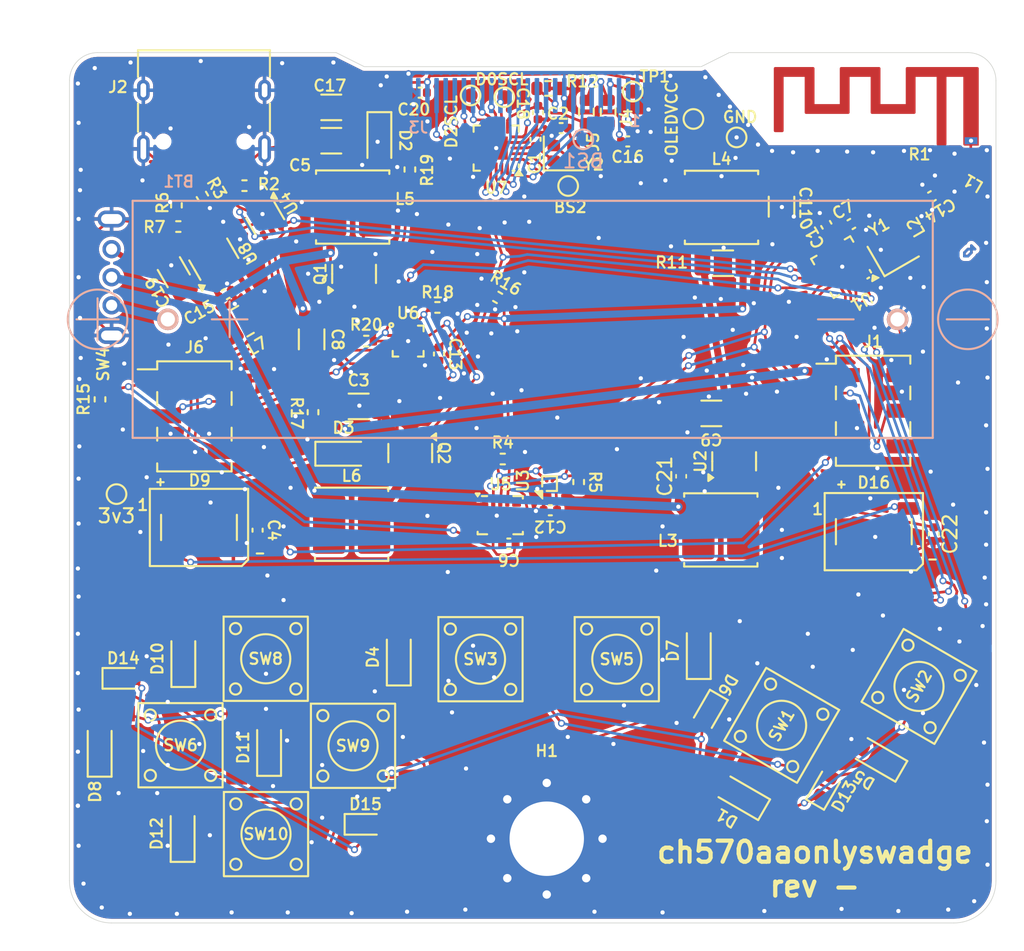
<source format=kicad_pcb>
(kicad_pcb (version 20241229) (generator "pcbnew") (generator_version "9.0")
  (layers (0 "F.Cu" signal) (2 "B.Cu" signal) (13 "F.Paste" user) (15 "B.Paste" user) (5 "F.SilkS" user "F.Silkscreen") (7 "B.SilkS" user "B.Silkscreen") (1 "F.Mask" user) (3 "B.Mask" user) (25 "Edge.Cuts" user))
  (net 0 "")
  (net 1 "+BATT")
  (net 2 "GND")
  (net 3 "+5V")
  (net 4 "Net-(BT1-+)")
  (net 5 "Net-(U7-PA2)")
  (net 6 "Net-(U7-PA1)")
  (net 7 "+3.3V")
  (net 8 "SWD")
  (net 9 "OLEDVCC")
  (net 10 "SWCLK")
  (net 11 "Net-(U1-ANT)")
  (net 12 "SCL")
  (net 13 "SDA")
  (net 14 "+2V2")
  (net 15 "Net-(U2-OUT)")
  (net 16 "Net-(J3-Pin_3)")
  (net 17 "USBBO")
  (net 18 "Net-(D2-A)")
  (net 19 "Net-(D3-A)")
  (net 20 "CP_3")
  (net 22 "CP_2")
  (net 23 "Net-(D16-DIN)")
  (net 25 "SAOGPIO1")
  (net 26 "Net-(U1-XI)")
  (net 27 "Net-(U1-XO)")
  (net 28 "CP_1")
  (net 29 "CP_0")
  (net 33 "SAOGPIO2")
  (net 34 "005SWD")
  (net 35 "006SWD")
  (net 36 "Net-(J2-CC1)")
  (net 37 "Net-(J2-CC2)")
  (net 40 "Net-(C14-Pad1)")
  (net 41 "Net-(U2-LX)")
  (net 42 "Net-(U8-LX)")
  (net 43 "Net-(Q1-G)")
  (net 44 "Net-(Q2-G)")
  (net 45 "Net-(U8-FB)")
  (net 46 "Net-(J3-Pin_10)")
  (net 47 "3V3MON")
  (net 48 "OLEDVMON")
  (net 56 "OLEDRD")
  (net 57 "D0SCL")
  (net 58 "D2SCL")
  (net 59 "Net-(J3-Pin_20)")
  (net 60 "Net-(J3-Pin_22)")
  (net 61 "OLEDWR")
  (net 62 "Net-(J3-Pin_21)")
  (net 63 "Net-(J3-Pin_17)")
  (net 64 "OLEDDC")
  (net 65 "Net-(J3-Pin_19)")
  (net 66 "OLEDRES")
  (net 67 "OLEDCS")
  (net 68 "OLEDBS2")
  (net 69 "Net-(J3-Pin_23)")
  (net 70 "OLEDBS1")
  (net 71 "Net-(J3-Pin_4)")
  (net 72 "Net-(D1-A)")
  (net 73 "Net-(D5-A)")
  (net 74 "Net-(D4-A)")
  (net 75 "Net-(D7-A)")
  (net 76 "Net-(D8-A)")
  (net 77 "Net-(D10-A)")
  (net 78 "Net-(D11-A)")
  (net 79 "Net-(D12-A)")
  (net 80 "OLEDVDD")
  (net 81 "OLEDVCI")
  (footprint "Inductor_SMD:L_1008_2520Metric" (layer "F.Cu") (at 181.349727 75.127396 -150)
    (property "Reference" "L7")
    (property "Value" "2.2uH")
  )
  (footprint "Resistor_SMD:R_1206_3216Metric" (layer "F.Cu") (at 215.55 71)
    (property "Reference" "R11")
    (property "Value" "J1")
  )
  (footprint "Capacitor_SMD:C_0402_1005Metric" (layer "F.Cu") (at 222.915 68.265692 120)
    (property "Reference" "C10")
    (property "Value" "1u")
  )
  (footprint "Package_TO_SOT_SMD:SOT-23" (layer "F.Cu") (at 189.275 71.7625 90)
    (property "Reference" "Q1")
    (property "Value" "2300A")
  )
  (footprint "LED_SMD:LED_0603_1608Metric" (layer "F.Cu") (at 172.8375 100.575)
    (property "Reference" "D14")
    (property "Value" "RED")
  )
  (footprint "cnhardware:YTS-D003-1A" (layer "F.Cu") (at 182.98 99.18)
    (property "Reference" "SW8")
    (property "Value" "YTS-D003-1A")
  )
  (footprint "LED_SMD:LED_0603_1608Metric" (layer "F.Cu") (at 214.51875 103.043005 -120)
    (property "Reference" "D6")
    (property "Value" "RED")
  )
  (footprint "Resistor_SMD:R_0402_1005Metric" (layer "F.Cu") (at 181.465 65.475)
    (property "Reference" "R2")
    (property "Value" "5.1k")
  )
  (footprint "Capacitor_SMD:C_0402_1005Metric" (layer "F.Cu") (at 204.025 61.375 180)
    (property "Reference" "C2")
    (property "Value" "10p")
  )
  (footprint "Inductor_SMD:L_0402_1005Metric" (layer "F.Cu") (at 231.870022 64.4175 150)
    (property "Reference" "L1")
    (property "Value" "L")
  )
  (footprint "cnhardware:YTS-D003-1A" (layer "F.Cu") (at 183 111.67)
    (property "Reference" "SW10")
    (property "Value" "YTS-D003-1A")
  )
  (footprint "Resistor_SMD:R_0603_1608Metric" (layer "F.Cu") (at 205.825 60.225 -90)
    (property "Reference" "J5")
    (property "Value" "J")
  )
  (footprint "RF_Antenna:Texas_SWRA117D_2.4GHz_Left" (layer "F.Cu") (at 231.125 62.275)
    (property "Reference" "R1")
    (property "Value" "R")
  )
  (footprint "Resistor_SMD:R_0402_1005Metric" (layer "F.Cu") (at 171.175 80.7 90)
    (property "Reference" "R15")
    (property "Value" "5.1k")
  )
  (footprint "Diode_SMD:D_SOD-323_HandSoldering" (layer "F.Cu") (at 226.519327 106.195 150)
    (property "Reference" "D5")
    (property "Value" "1N4148WS")
  )
  (footprint "cnhardware:YTS-D003-1A" (layer "F.Cu") (at 176.91 105.34)
    (property "Reference" "SW6")
    (property "Value" "YTS-D003-1A")
  )
  (footprint "Resistor_SMD:R_0603_1608Metric" (layer "F.Cu") (at 207.375 60.225 -90)
    (property "Reference" "J4")
    (property "Value" "J")
  )
  (footprint "Capacitor_SMD:C_0402_1005Metric" (layer "F.Cu") (at 202.375 60.27 -90)
    (property "Reference" "C18")
    (property "Value" "1u")
  )
  (footprint "Capacitor_SMD:C_1206_3216Metric" (layer "F.Cu") (at 189.6 81.2)
    (property "Reference" "C3")
    (property "Value" "100uF6.3v")
  )
  (footprint "Diode_SMD:D_SOD-323_HandSoldering" (layer "F.Cu") (at 216.744318 108.928423 150)
    (property "Reference" "D1")
    (property "Value" "1N4148WS")
  )
  (footprint "Resistor_SMD:R_0402_1005Metric" (layer "F.Cu") (at 178.47 66.233327 -60)
    (property "Reference" "R3")
    (property "Value" "5.1k")
  )
  (footprint "Package_TO_SOT_SMD:SOT-23" (layer "F.Cu") (at 193.275 84.525 -90)
    (property "Reference" "Q2")
    (property "Value" "2300A")
  )
  (footprint "cnhardware:YTS-D003-1A" (layer "F.Cu") (at 189.2 105.38)
    (property "Reference" "SW9")
    (property "Value" "YTS-D003-1A")
  )
  (footprint "Diode_SMD:D_SOD-323_HandSoldering" (layer "F.Cu") (at 188.525 84.575)
    (property "Reference" "D3")
    (property "Value" "1A-600mV")
  )
  (footprint "Crystal:Crystal_SMD_2016-4Pin_2.0x1.6mm" (layer "F.Cu") (at 227.681218 70.173686 30)
    (property "Reference" "Y1")
    (property "Value" "32MHz")
  )
  (footprint "Diode_SMD:D_SOD-323_HandSoldering" (layer "F.Cu") (at 213.83 98.61 90)
    (property "Reference" "D7")
    (property "Value" "1N4148WS")
  )
  (footprint "Capacitor_SMD:C_1206_3216Metric" (layer "F.Cu") (at 187.65 59.9 180)
    (property "Reference" "C17")
    (property "Value" "22u25v-BASIC")
  )
  (footprint "Capacitor_SMD:C_0402_1005Metric" (layer "F.Cu") (at 202.2 62.175 90)
    (property "Reference" "C1")
    (property "Value" "10p")
  )
  (footprint "Package_TO_SOT_SMD:SOT-363_SC-70-6" (layer "F.Cu") (at 182.94375 67.842172 -60)
    (property "Reference" "U4")
    (property "Value" "USBLC6-2SC6")
  )
  (footprint "Package_TO_SOT_SMD:SOT-23" (layer "F.Cu") (at 216.35 85.1125 90)
    (property "Reference" "U2")
    (property "Value" "GR2188A22")
  )
  (footprint "Package_BGA:WLP-4_0.83x0.83mm_P0.4mm" (layer "F.Cu") (at 203.2 86.7 90)
    (property "Reference" "U3")
    (property "Value" "QMC6309")
  )
  (footprint "Package_DFN_QFN:QFN-20-1EP_3x3mm_P0.4mm_EP1.65x1.65mm" (layer "F.Cu") (at 199.4 62.8 180)
    (property "Reference" "U7")
    (property "Value" "CH32V006F8U6")
  )
  (footprint "Capacitor_SMD:C_0402_1005Metric" (layer "F.Cu") (at 208.77 62.325)
    (property "Reference" "C16")
    (property "Value" "4.7u")
  )
  (footprint "Inductor_SMD:L_0402_1005Metric" (layer "F.Cu") (at 227.9325 67.329978 120)
    (property "Reference" "L2")
    (property "Value" "L")
  )
  (footprint "Resistor_SMD:R_0402_1005Metric" (layer "F.Cu") (at 186.35 81.615 -90)
    (property "Reference" "R17")
    (property "Value" "5.1k")
  )
  (footprint "Inductor_SMD:L_Cenker_CKCS5020" (layer "F.Cu") (at 189.175 67)
    (property "Reference" "L5")
    (property "Value" "47uH 580mΩ")
  )
  (footprint "cnhardware:LGA-14_3x2.5mm_P0.5mm_LayoutBorder3x4y_EVEN_PADS" (layer "F.Cu") (at 199.6875 88.95)
    (property "Reference" "U5")
    (property "Value" "~")
  )
  (footprint "LED_SMD:LED_0603_1608Metric" (layer "F.Cu") (at 222.85625 108.281995 60)
    (property "Reference" "D13")
    (property "Value" "RED")
  )
  (footprint "Resistor_SMD:R_0402_1005Metric" (layer "F.Cu") (at 190.14 76.55)
    (property "Reference" "R20")
    (property "Value" "5.1k")
  )
  (footprint "Capacitor_SMD:C_0402_1005Metric" (layer "F.Cu") (at 212.575 86.18 90)
    (property "Reference" "C21")
    (property "Value" "1u")
  )
  (footprint "Diode_SMD:D_SOD-323_HandSoldering" (layer "F.Cu") (at 177.11 99.18 90)
    (property "Reference" "D10")
    (property "Value" "1N4148WS")
  )
  (footprint "Capacitor_SMD:C_0402_1005Metric" (layer "F.Cu") (at 182.4 90.02 -90)
    (property "Reference" "C4")
    (property "Value" "1u")
  )
  (footprint "Diode_SMD:D_SOD-323_HandSoldering" (layer "F.Cu") (at 171.15 105.57 90)
    (property "Reference" "D8")
    (property "Value" "1N4148WS")
  )
  (footprint "Capacitor_SMD:C_0402_1005Metric" (layer "F.Cu") (at 203.255 88.6 180)
    (property "Reference" "C12")
    (property "Value" "1u")
  )
  (footprint "cnhardware:1825232-1" (layer "F.Cu") (at 172 72 -90)
    (property "Reference" "SW4")
    (property "Value" "SW_SPDT_1825232-1")
  )
  (footprint "Connector_PinHeader_2.54mm:PinHeader_2x03_P2.54mm_Vertical_SMD" (layer "F.Cu") (at 177.9 81.91)
    (property "Reference" "J6")
    (property "Value" "PGM")
  )
  (footprint "Capacitor_SMD:C_1206_3216Metric" (layer "F.Cu") (at 176.43125 71.642283 120)
    (property "Reference" "C19")
    (property "Value" "22u25v-BASIC")
  )
  (footprint "TestPoint:TestPoint_Pad_D1.0mm" (layer "F.Cu") (at 204.525 65.5)
    (property "Reference" "TP3" (hide yes))
    (property "Value" "BS2")
  )
  (footprint "Resistor_SMD:R_0402_1005Metric" (layer "F.Cu") (at 176.75375 68.389896 180)
    (property "Reference" "R7")
    (property "Value" "5.1k")
  )
  (footprint "Capacitor_SMD:C_0402_1005Metric" (layer "F.Cu") (at 193.98 58.85 180)
    (property "Reference" "C20")
    (property "Value" "1u")
  )
  (footprint "Resistor_SMD:R_0402_1005Metric" (layer "F.Cu") (at 195.21 74.15 180)
    (property "Reference" "R18")
    (property "Value" "5.1k")
  )
  (footprint "Package_DFN_QFN:QFN-20-1EP_3x3mm_P0.4mm_EP1.65x1.65mm" (layer "F.Cu") (at 224.02859 71.280737 -150)
    (property "Reference" "U1")
    (property "Value" "CH572D")
  )
  (footprint "Capacitor_SMD:C_1206_3216Metric" (layer "F.Cu") (at 214.725 81.7 180)
    (property "Reference" "C9")
    (property "Value" "100uF6.3v")
  )
  (footprint "cnhardware:YTS-D003-1A" (layer "F.Cu") (at 207.99 99.21)
    (property "Reference" "SW5")
    (property "Value" "YTS-D003-1A")
  )
  (footprint "cnhardware:USB_C_MOD_Receptacle_HRO_TYPE-C-31-M-12" (layer "F.Cu") (at 178.58 59.73 180)
    (property "Reference" "J2")
    (property "Value" "USB_C_Receptacle_USB2.0_16P")
  )
  (footprint "Package_TO_SOT_SMD:SOT-23-5" (layer "F.Cu") (at 179.28125 70.714896 120)
    (property "Reference" "U8")
    (property "Value" "HX3406")
  )
  (footprint "cnhardware:QFN-12-P0.4-WCH" (layer "F.Cu") (at 193.125 76.55)
    (property "Reference" "U6")
    (property "Value" "CH32V005D6U6")
  )
  (footprint "Diode_SMD:D_SOD-323_HandSoldering" (layer "F.Cu") (at 183.22 105.51 90)
    (property "Reference" "D11")
    (property "Value" "1N4148WS")
  )
  (footprint "Capacitor_SMD:C_1206_3216Metric" (layer "F.Cu") (at 219.725 66.975 -90)
    (property "Reference" "C11")
    (property "Value" "100uF6.3v")
  )
  (footprint "Diode_SMD:D_SOD-323_HandSoldering" (layer "F.Cu") (at 177.06 111.64 90)
    (property "Reference" "D12")
    (property "Value" "1N4148WS")
  )
  (footprint "Resistor_SMD:R_0402_1005Metric" (layer "F.Cu") (at 199.865 84.95)
    (property "Reference" "R4")
    (property "Value" "5.1k")
  )
  (footprint "Connector_PinHeader_2.54mm:PinHeader_2x03_P2.54mm_Vertical_SMD" (layer "F.Cu") (at 226.25 81.51)
    (property "Reference" "J1")
    (property "Value" "SAO")
  )
  (footprint "Inductor_SMD:L_Cenker_CKCS5020" (layer "F.Cu") (at 215.4 90)
    (property "Reference" "L3")
    (property "Value" "47uH 750mA 580mΩ")
  )
  (footprint "Capacitor_SMD:C_1206_3216Metric" (layer "F.Cu") (at 187.65 62.274999 180)
    (property "Reference" "C5")
    (property "Value" "22u25v-BASIC")
  )
  (footprint "LED_SMD:LED_0603_1608Metric" (layer "F.Cu") (at 190.0875 110.975)
    (property "Reference" "D15")
    (property "Value" "RED")
  )
  (footprint "TestPoint:TestPoint_Pad_D1.0mm" (layer "F.Cu") (at 199.975 59.175)
    (property "Reference" "TP4" (hide yes))
    (property "Value" "D0SCL")
  )
  (footprint "Resistor_SMD:R_0603_1608Metric" (layer "F.Cu") (at 203.125 58.55 180)
    (property "Reference" "R12")
    (property "Value" "1M")
  )
  (footprint "Capacitor_SMD:C_0402_1005Metric" (layer "F.Cu") (at 200.3 90.975 180)
    (property "Reference" "C6")
    (property "Value" "1u")
  )
  (footprint "cnhardware:YTS-D003-1A" (layer "F.Cu") (at 229.52 101.15 60)
    (property "Reference" "SW2")
    (property "Value" "YTS-D003-1A")
  )
  (footprint "MountingHole:MountingHole_5.3mm_M5_Pad_Via" (layer "F.Cu") (at 203 112)
    (property "Reference" "H1")
    (property "Value" "HOLE")
  )
  (footprint "Inductor_SMD:L_Cenker_CKCS5020" (layer "F.Cu") (at 189.1 89.6)
    (property "Reference" "L6")
    (property "Value" "47uH 580mΩ")
  )
  (footprint "TestPoint:TestPoint_Pad_D1.0mm" (layer "F.Cu") (at 209.125 58.775)
    (property "Reference" "TP1")
    (property "Value" "OLEDGPIO")
  )
  (footprint "Diode_SMD:D_SOD-323_HandSoldering" (layer "F.Cu") (at 191.075 62.25 -90)
    (property "Reference" "D2")
    (property "Value" "1A-600mV")
  )
  (footprint "TestPoint:TestPoint_Pad_D1.0mm" (layer "F.Cu") (at 197.575 59.05)
    (property "Reference" "TP5" (hide yes))
    (property "Value" "D2SCL")
  )
  (footprint "Capacitor_SMD:C_0402_1005Metric" (layer "F.Cu") (at 224.702064 68.207228 30)
    (property "Reference" "C7")
    (property "Value" "1u")
  )
  (footprint "Inductor_SMD:L_Cenker_CKCS5020" (layer "F.Cu") (at 215.45 67.025)
    (property "Reference" "L4")
    (property "Value" "47uH 750mA 580mΩ")
  )
  (footprint "Resistor_SMD:R_0402_1005Metric" (layer "F.Cu") (at 193.25 64.325 90)
    (property "Reference" "R19")
    (property "Value" "51k")
  )
  (footprint "TestPoint:TestPoint_Pad_D1.0mm" (layer "F.Cu") (at 172.35 87.45)
    (property "Reference" "TP8" (hide yes))
    (property "Value" "3v3")
  )
  (footprint "cnhardware:YTS-D003-1A" (layer "F.Cu") (at 219.731443 103.920898 60)
    (property "Reference" "SW1")
    (property "Value" "YTS-D003-1A")
  )
  (footprint "TestPoint:TestPoint_Pad_D1.0mm" (layer "F.Cu") (at 213.45 60.725 -90)
    (property "Reference" "TP6" (hide yes))
    (property "Value" "OLEDVCC")
  )
  (footprint "Capacitor_SMD:C_0402_1005Metric" (layer "F.Cu") (at 180.128058 73.204896 30)
    (property "Reference" "C15")
    (property "Value" "4.7u")
  )
  (footprint "Capacitor_SMD:C_1206_3216Metric" (layer "F.Cu") (at 186.25 76.425 -90)
    (property "Reference" "C8")
    (property "Value" "100uF6.3v")
  )
  (footprint "Capacitor_SMD:C_0402_1005Metric" (layer "F.Cu") (at 230.575 90.295 -90)
    (property "Reference" "C22")
    (property "Value" "1u")
  )
  (footprint "Capacitor_SMD:C_0402_1005Metric" (layer "F.Cu") (at 195.325 77.47 -90)
    (property "Reference" "C13")
    (property "Value" "1u")
  )
  (footprint "LED_SMD:LED_WS2812B_PLCC4_5.0x5.0mm_P3.2mm" (layer "F.Cu") (at 178.225 89.825)
    (property "Reference" "D9")
    (property "Value" "WS2812B")
  )
  (footprint "Capacitor_SMD:C_0402_1005Metric" (layer "F.Cu") (at 230.440692 66.235 -150)
    (property "Reference" "C14")
    (property "Value" "22pF")
  )
  (footprint "cnhardware:YTS-D003-1A" (layer "F.Cu") (at 198.28 99.21)
    (property "Reference" "SW3")
    (property "Value" "YTS-D003-1A")
  )
  (footprint "LED_SMD:LED_WS2812B_PLCC4_5.0x5.0mm_P3.2mm" (layer "F.Cu") (at 226.3 90.125)
    (property "Reference" "D16")
    (property "Value" "WS2812B")
  )
  (footprint "Resistor_SMD:R_0402_1005Metric" (layer "F.Cu") (at 199.501673 73.435 -30)
    (property "Reference" "R16")
    (property "Value" "5.1k")
  )
  (footprint "Resistor_SMD:R_0402_1005Metric" (layer "F.Cu") (at 176.61875 66.879896 -90)
    (property "Reference" "R6")
    (property "Value" "5.1k")
  )
  (footprint "Diode_SMD:D_SOD-323_HandSoldering" (layer "F.Cu") (at 192.46 99.07 90)
    (property "Reference" "D4")
    (property "Value" "1N4148WS")
  )
  (footprint "Resistor_SMD:R_0402_1005Metric" (layer "F.Cu") (at 205.275 86.59 -90)
    (property "Reference" "R5")
    (property "Value" "5.1k")
  )
  (footprint "TestPoint:TestPoint_Pad_D1.0mm" (layer "F.Cu") (at 216.525 62.0375)
    (property "Reference" "TP7" (hide yes))
    (property "Value" "GND")
  )
  (footprint "Crystal:Crystal_SMD_2016-4Pin_2.0x1.6mm" (layer "F.Cu") (at 204.2 63.175)
    (property "Reference" "Y2")
    (property "Value" "24MHz")
  )
  (footprint "TestPoint:TestPoint_Pad_D1.0mm" (layer "B.Cu") (at 205.6 62.175 180)
    (property "Reference" "TP2" (hide yes))
    (property "Value" "BS1")
  )
  (footprint "cnhardware:RONBOE-OLED-25" (layer "B.Cu") (at 201.975 59.06 180)
    (property "Reference" "J3")
    (property "Value" "OLED")
  )
  (footprint "cnhardware:2460" (layer "B.Cu") (at 202 75 180)
    (property "Reference" "BT1")
    (property "Value" "Battery" (hide yes))
  )
  (gr_arc (start 235 115) (mid 234.12132 117.12132) (end 232 118) (stroke (width 0.05)) (layer "Edge.Cuts"))
  (gr_line (start 169 58) (end 169 115) (stroke (width 0.05)) (layer "Edge.Cuts"))
  (gr_line (start 214 57) (end 216 56) (stroke (width 0.05)) (layer "Edge.Cuts"))
  (gr_line (start 232 118) (end 172 118) (stroke (width 0.05)) (layer "Edge.Cuts"))
  (gr_arc (start 233 56) (mid 234.414214 56.585786) (end 235 58) (stroke (width 0.05)) (layer "Edge.Cuts"))
  (gr_line (start 216 56) (end 233 56) (stroke (width 0.05)) (layer "Edge.Cuts"))
  (gr_arc (start 172 118) (mid 169.87868 117.12132) (end 169 115) (stroke (width 0.05)) (layer "Edge.Cuts"))
  (gr_line (start 190 57) (end 214 57) (stroke (width 0.05)) (layer "Edge.Cuts"))
  (gr_line (start 171 56) (end 188 56) (stroke (width 0.05)) (layer "Edge.Cuts"))
  (gr_arc (start 169 58) (mid 169.585786 56.585786) (end 171 56) (stroke (width 0.05)) (layer "Edge.Cuts"))
  (gr_line (start 188 56) (end 190 57) (stroke (width 0.05)) (layer "Edge.Cuts"))
  (gr_line (start 235 58) (end 235 115) (stroke (width 0.05)) (layer "Edge.Cuts"))
  (gr_text "+" (at 223.52 87.08 0) (layer "F.SilkS") (effects (font (size 0.6 0.6) (thickness 0.15) (bold yes)) (justify left bottom)))
  (gr_text "-" (at 182.1 91.99 0) (layer "F.SilkS") (effects (font (size 0.6 0.6) (thickness 0.15) (bold yes)) (justify left bottom)))
  (gr_text "+" (at 175.01 86.91 0) (layer "F.SilkS") (effects (font (size 0.6 0.6) (thickness 0.15) (bold yes)) (justify left bottom)))
  (gr_text "-" (at 230.01 92.42 0) (layer "F.SilkS") (effects (font (size 0.6 0.6) (thickness 0.15) (bold yes)) (justify left bottom)))
  (gr_text "ch570aaonlyswadge\nrev -" (at 222.1 116.25 0) (layer "F.SilkS") (effects (font (size 1.5 1.5) (thickness 0.3) (bold yes)) (justify bottom)))
  (segment (start 232.75 70.5) (end 233 70.5) (width 0.19) (layer "F.Cu") (net 0))
  (segment (start 233.25 69.75) (end 233.25 70.25) (width 0.19) (layer "F.Cu") (net 0))
  (segment (start 233.5 70) (end 233.25 69.75) (width 0.19) (layer "F.Cu") (net 0))
  (segment (start 233 70) (end 233.5 70) (width 0.19) (layer "F.Cu") (net 0))
  (segment (start 232.75 70.5) (end 232.75 70.25) (width 0.19) (layer "F.Cu") (net 0))
  (segment (start 232.75 70.25) (end 233 70) (width 0.19) (layer "F.Cu") (net 0))
  (segment (start 233.25 70.25) (end 233 70.5) (width 0.19) (layer "F.Cu") (net 0))
  (segment (start 233 70.5) (end 233.25 70.25) (width 0.19) (layer "B.Cu") (net 0))
  (segment (start 233.25 70.25) (end 233.25 69.75) (width 0.19) (layer "B.Cu") (net 0))
  (segment (start 233.25 69.75) (end 233.5 70) (width 0.19) (layer "B.Cu") (net 0))
  (segment (start 233 70) (end 232.75 70.25) (width 0.19) (layer "B.Cu") (net 0))
  (segment (start 232.75 70.5) (end 232.75 70.25) (width 0.19) (layer "B.Cu") (net 0))
  (segment (start 233.5 70) (end 233 70) (width 0.19) (layer "B.Cu") (net 0))
  (segment (start 232.75 70.5) (end 233 70.5) (width 0.19) (layer "B.Cu") (net 0))
  (segment (start 192.725 78.125) (end 192.725 77.65) (width 0.19) (layer "F.Cu") (net 1))
  (segment (start 212.375 88.35) (end 212.575 86.66) (width 0.6) (layer "F.Cu") (net 1))
  (segment (start 212.375 88.35) (end 213.8 90) (width 0.6) (layer "F.Cu") (net 1))
  (segment (start 187.525 76.475) (end 189 78.15) (width 0.19) (layer "F.Cu") (net 1))
  (segment (start 187.6 70.275) (end 187.575 67) (width 0.6) (layer "F.Cu") (net 1))
  (segment (start 189 78.15) (end 192.6 78.325) (width 0.19) (layer "F.Cu") (net 1))
  (segment (start 192.6 78.325) (end 192.725 78.125) (width 0.19) (layer "F.Cu") (net 1))
  (segment (start 185.625 74.225) (end 185.75 75.025) (width 0.6) (layer "F.Cu") (net 1))
  (segment (start 186.45 87.2) (end 187.5 89.6) (width 0.6) (layer "F.Cu") (net 1))
  (segment (start 187.6 70.275) (end 187.525 76.475) (width 0.19) (layer "F.Cu") (net 1))
  (via (at 187.6 70.275) (size 0.5) (drill 0.3) (layers "F.Cu" "B.Cu") (net 1))
  (via (at 212.375 88.35) (size 0.5) (drill 0.3) (layers "F.Cu" "B.Cu") (net 1))
  (via (at 185.625 74.225) (size 0.5) (drill 0.3) (layers "F.Cu" "B.Cu") (net 1))
  (via (at 186.45 87.2) (size 0.5) (drill 0.3) (layers "F.Cu" "B.Cu") (net 1))
  (segment (start 179.625 73.7) (end 186.45 87.2) (width 0.6) (layer "B.Cu") (net 1))
  (segment (start 172 72) (end 179.625 73.7) (width 0.6) (layer "B.Cu") (net 1))
  (segment (start 184.215403 70.865403) (end 187.6 70.275) (width 0.6) (layer "B.Cu") (net 1))
  (segment (start 186.45 87.2) (end 212.375 88.35) (width 0.6) (layer "B.Cu") (net 1))
  (segment (start 184.215403 70.865403) (end 185.625 74.225) (width 0.6) (layer "B.Cu") (net 1))
  (segment (start 179.625 73.7) (end 184.215403 70.865403) (width 0.6) (layer "B.Cu") (net 1))
  (segment (start 185.05 75.65) (end 186.25 77.9) (width 0.19) (layer "F.Cu") (net 2))
  (segment (start 186 71.75) (end 184.95 74.3) (width 0.19) (layer "F.Cu") (net 2))
  (segment (start 199.6875 89.8625) (end 199.675 89.275) (width 0.19) (layer "F.Cu") (net 2))
  (segment (start 178.725 66.675) (end 179 67.075) (width 0.19) (layer "F.Cu") (net 2))
  (segment (start 185.75 77.975) (end 183.575 78.544789) (width 0.19) (layer "F.Cu") (net 2))
  (segment (start 204.9 63.725) (end 203.5 62.625) (width 0.19) (layer "F.Cu") (net 2))
  (segment (start 212.575 85.7) (end 215.4 86.05) (width 0.5) (layer "F.Cu") (net 2))
  (segment (start 174.26 58.68) (end 174.26 62.860001) (width 0.19) (layer "F.Cu") (net 2))
  (segment (start 228.775 78.97) (end 227.995 75) (width 0.19) (layer "F.Cu") (net 2))
  (segment (start 186.175 62.274999) (end 186.175 59.9) (width 0.19) (layer "F.Cu") (net 2))
  (segment (start 180.775 73.9) (end 181.95 76.35) (width 0.19) (layer "F.Cu") (net 2))
  (segment (start 176.61875 66.369896) (end 176.167212 66.642212) (width 0.19) (layer "F.Cu") (net 2))
  (segment (start 228.9 72.05) (end 228.562436 70.3) (width 0.19) (layer "F.Cu") (net 2))
  (segment (start 190.8 70.35) (end 192.3 69.1) (width 0.19) (layer "F.Cu") (net 2))
  (segment (start 228.75 91.775) (end 230.575 90.775) (width 0.19) (layer "F.Cu") (net 2))
  (segment (start 202.725 87.2) (end 202.325 87.075) (width 0.19) (layer "F.Cu") (net 2))
  (segment (start 228.95 92.975) (end 228.75 91.775) (width 0.19) (layer "F.Cu") (net 2))
  (segment (start 193.125 83.95) (end 192.325 83.5875) (width 0.19) (layer "F.Cu") (net 2))
  (segment (start 180.675 91.475) (end 181.633333 90.933333) (width 0.19) (layer "F.Cu") (net 2))
  (segment (start 209.35 63.7) (end 209.25 62.325) (width 0.19) (layer "F.Cu") (net 2))
  (segment (start 202.725 87.2) (end 202.95 86.925) (width 0.19) (layer "F.Cu") (net 2))
  (segment (start 203.545 61.375) (end 203.5288 61.825) (width 0.19) (layer "F.Cu") (net 2))
  (segment (start 202.775 88.6) (end 202.225 88.65) (width 0.19) (layer "F.Cu") (net 2))
  (segment (start 219.725 68.45) (end 219.075 69.65) (width 0.19) (layer "F.Cu") (net 2))
  (segment (start 182.9 58.68) (end 182.9 62.860001) (width 0.19) (layer "F.Cu") (net 2))
  (segment (start 197.975 88.15) (end 193.825 84.55) (width 0.19) (layer "F.Cu") (net 2))
  (segment (start 231.125 63.1) (end 231.45 64.175) (width 0.19) (layer "F.Cu") (net 2))
  (segment (start 181.83 63.775) (end 181.975 65.475) (width 0.19) (layer "F.Cu") (net 2))
  (segment (start 182.4 90.5) (end 181.633333 90.933333) (width 0.19) (layer "F.Cu") (net 2))
  (segment (start 230.653998 64.753998) (end 229.756686 65.406686) (width 0.19) (layer "F.Cu") (net 2))
  (segment (start 182.7 65.6) (end 181.975 65.475) (width 0.19) (layer "F.Cu") (net 2))
  (segment (start 202.2 61.695) (end 202.375 60.75) (width 0.19) (layer "F.Cu") (net 2))
  (segment (start 182.9 62.860001) (end 186.175 62.274999) (width 0.19) (layer "F.Cu") (net 2))
  (segment (start 170.75 68.875) (end 172 67.85) (width 0.19) (layer "F.Cu") (net 2))
  (segment (start 184.95 74.3) (end 185.05 75.65) (width 0.19) (layer "F.Cu") (net 2))
  (segment (start 200.85 62.4) (end 201.475 62.4) (width 0.19) (layer "F.Cu") (net 2))
  (segment (start 193.825 84.55) (end 193.125 83.95) (width 0.19) (layer "F.Cu") (net 2))
  (segment (start 200 62.4) (end 199.4 62.8) (width 0.19) (layer "F.Cu") (net 2))
  (segment (start 225.975 67.614874) (end 225.117756 67.967228) (width 0.19) (layer "F.Cu") (net 2))
  (segment (start 200.1875 89.8625) (end 199.6875 89.8625) (width 0.19) (layer "F.Cu") (net 2))
  (segment (start 182.9 62.860001) (end 181.83 63.775) (width 0.19) (layer "F.Cu") (net 2))
  (segment (start 175.33 63.775) (end 174.26 62.860001) (width 0.19) (layer "F.Cu") (net 2))
  (segment (start 173.75 68.1) (end 172 67.85) (width 0.19) (layer "F.Cu") (net 2))
  (segment (start 182.46875 67.019448) (end 182.75 67.5) (width 0.19) (layer "F.Cu") (net 2))
  (segment (start 200.85 62.4) (end 200 62.4) (width 0.19) (layer "F.Cu") (net 2))
  (segment (start 194.325 78.275) (end 195.325 77.95) (width 0.19) (layer "F.Cu") (net 2))
  (segment (start 222.675 67.85) (end 222.45 67.425) (width 0.19) (layer "F.Cu") (net 2))
  (segment (start 170.425 74.525) (end 170.75 68.875) (width 0.19) (layer "F.Cu") (net 2))
  (segment (start 176.25 71.15) (end 175.69375 70.364896) (width 0.19) (layer "F.Cu") (net 2))
  (segment (start 198.525 88.2) (end 198.525 88.7) (width 0.19) (layer "F.Cu") (net 2))
  (segment (start 172 76.15) (end 170.425 74.525) (width 0.19) (layer "F.Cu") (net 2))
  (segment (start 216.525 62.0375) (end 216.575 62.2625) (width 0.19) (layer "F.Cu") (net 2))
  (segment (start 180.257329 72.442671) (end 179.85 71.7) (width 0.19) (layer "F.Cu") (net 2))
  (segment (start 180.54375 72.964896) (end 180.775 73.9) (width 0.19) (layer "F.Cu") (net 2))
  (segment (start 227.69 66.909956) (end 225.975 67.614874) (width 0.19) (layer "F.Cu") (net 2))
  (segment (start 180.35 77.35) (end 178.7 76.35) (width 0.19) (layer "F.Cu") (net 2))
  (segment (start 198.525 89.2) (end 198.525 88.7) (width 0.19) (layer "F.Cu") (net 2))
  (segment (start 195.775 73.6) (end 195.72 74.15) (width 0.19) (layer "F.Cu") (net 2))
  (segment (start 202.775 88.6) (end 202.725 87.2) (width 0.19) (layer "F.Cu") (net 2))
  (segment (start 209.25 62.325) (end 209.475 61.6) (width 0.19) (layer "F.Cu") (net 2))
  (segment (start 225.75 68.625) (end 225.117756 67.967228) (width 0.19) (layer "F.Cu") (net 2))
  (segment (start 176.167212 66.642212) (end 173.75 68.1) (width 0.19) (layer "F.Cu") (net 2))
  (segment (start 212.575 85.7) (end 213.25 81.7) (width 0.5) (layer "F.Cu") (net 2))
  (segment (start 219.725 68.45) (end 220.6 67.675) (width 0.19) (layer "F.Cu") (net 2))
  (segment (start 180.54375 72.964896) (end 180.257329 72.442671) (width 0.19) (layer "F.Cu") (net 2))
  (segment (start 183.575 78.544789) (end 180.425 79.37) (width 0.19) (layer "F.Cu") (net 2))
  (segment (start 199.675 89.275) (end 199.43875 88.98625) (width 0.19) (layer "F.Cu") (net 2))
  (segment (start 199.82 90.975) (end 199.6875 89.8625) (width 0.19) (layer "F.Cu") (net 2))
  (segment (start 198.525 88.2) (end 197.975 88.15) (width 0.19) (layer "F.Cu") (net 2))
  (segment (start 186.175 59.9) (end 187.325 58.5) (width 0.19) (layer "F.Cu") (net 2))
  (segment (start 231.45 64.175) (end 230.653998 64.753998) (width 0.19) (layer "F.Cu") (net 2))
  (segment (start 187.325 58.5) (end 191.175 58.325) (width 0.19) (layer "F.Cu") (net 2))
  (segment (start 181.95 76.35) (end 181.6 76.7) (width 0.19) (layer "F.Cu") (net 2))
  (segment (start 203.5288 61.825) (end 203.5 62.625) (width 0.19) (layer "F.Cu") (net 2))
  (segment (start 203.5 62.625) (end 202.2 61.695) (width 0.19) (layer "F.Cu") (net 2))
  (segment (start 231.125 62.275) (end 231.125 63.1) (width 0.19) (layer "F.Cu") (net 2))
  (segment (start 199.43875 88.98625) (end 199.225 88.725) (width 0.19) (layer "F.Cu") (net 2))
  (segment (start 229.756686 65.406686) (end 227.69 66.909956) (width 0.19) (layer "F.Cu") (net 2))
  (segment (start 175.33 63.775) (end 175.425 65.05) (width 0.19) (layer "F.Cu") (net 2))
  (segment (start 231.375 90.5) (end 231.95 88.2) (width 0.19) (layer "F.Cu") (net 2))
  (segment (start 203.95 58.55) (end 204.25 59.25) (width 0.19) (layer "F.Cu") (net 2))
  (segment (start 192.5 80.825) (end 191.075 81.2) (width 0.19) (layer "F.Cu") (net 2))
  (segment (start 192.325 83.5875) (end 191.075 81.2) (width 0.6) (layer "F.Cu") (net 2))
  (segment (start 226.8 70.047372) (end 228.562436 70.3) (width 0.19) (layer "F.Cu") (net 2))
  (segment (start 189.827045 75.275) (end 189.5 75.1) (width 0.19) (layer "F.Cu") (net 2))
  (segment (start 190.225 72.7) (end 189.827045 75.275) (width 0.19) (layer "F.Cu") (net 2))
  (segment (start 201.875 62) (end 202.2 61.695) (width 0.19) (layer "F.Cu") (net 2))
  (segment (start 181.6 76.7) (end 180.35 77.35) (width 0.19) (layer "F.Cu") (net 2))
  (segment (start 189.827045 75.275) (end 189.63 76.55) (width 0.19) (layer "F.Cu") (net 2))
  (segment (start 180.425 79.37) (end 181.2 78.525) (width 0.19) (layer "F.Cu") (net 2))
  (segment (start 199.225 88.725) (end 198.525 88.7) (width 0.19) (layer "F.Cu") (net 2))
  (segment (start 180.257329 72.442671) (end 180.225 72.45) (width 0.19) (layer "F.Cu") (net 2))
  (segment (start 201.475 62.4) (end 201.875 62) (width 0.19) (layer "F.Cu") (net 2))
  (segment (start 203.5288 61.825) (end 203.35 61.925) (width 0.19) (layer "F.Cu") (net 2))
  (segment (start 193.5 58.85) (end 193.5 59.675) (width 0.19) (layer "F.Cu") (net 2))
  (segment (start 175.69375 70.364896) (end 173.75 68.1) (width 0.19) (layer "F.Cu") (net 2))
  (segment (start 230.575 90.775) (end 231.375 90.5) (width 0.19) (layer "F.Cu") (net 2))
  (segment (start 175.425 65.05) (end 176.61875 66.369896) (width 0.19) (layer "F.Cu") (net 2))
  (segment (start 224.02859 71.280737) (end 224.05 71.25) (width 0.19) (layer "F.Cu") (net 2))
  (via (at 225.2 94.6) (size 0.5) (drill 0.3) (layers "F.Cu" "B.Cu") (net 2))
  (via (at 194.85 70.2) (size 0.5) (drill 0.3) (layers "F.Cu" "B.Cu") (net 2))
  (via (at 193.05 117.2) (size 0.5) (drill 0.3) (layers "F.Cu" "B.Cu") (net 2))
  (via (at 185.95 83.55) (size 0.5) (drill 0.3) (layers "F.Cu" "B.Cu") (net 2))
  (via (at 216.05 59.85) (size 0.5) (drill 0.3) (layers "F.Cu" "B.Cu") (net 2))
  (via (at 193.125 76.55) (size 0.5) (drill 0.3) (layers "F.Cu" "B.Cu") (net 2))
  (via (at 196.1 77.1) (size 0.5) (drill 0.3) (layers "F.Cu" "B.Cu") (net 2))
  (via (at 228.45 101.4) (size 0.5) (drill 0.3) (layers "F.Cu" "B.Cu") (net 2))
  (via (at 219.75 90) (size 0.5) (drill 0.3) (layers "F.Cu" "B.Cu") (net 2))
  (via (at 189.05 78.75) (size 0.5) (drill 0.3) (layers "F.Cu" "B.Cu") (net 2))
  (via (at 189.65 81.15) (size 0.5) (drill 0.3) (layers "F.Cu" "B.Cu") (net 2))
  (via (at 230.653998 64.753998) (size 0.5) (drill 0.3) (layers "F.Cu" "B.Cu") (net 2))
  (via (at 211.25 89.75) (size 0.5) (drill 0.3) (layers "F.Cu" "B.Cu") (net 2))
  (via (at 220.55 63.1) (size 0.5) (drill 0.3) (layers "F.Cu" "B.Cu") (net 2))
  (via (at 169.6 109.65) (size 0.5) (drill 0.3) (layers "F.Cu" "B.Cu") (net 2))
  (via (at 190.95 62.35) (size 0.5) (drill 0.3) (layers "F.Cu" "B.Cu") (net 2))
  (via (at 234.35 62.95) (size 0.5) (drill 0.3) (layers "F.Cu" "B.Cu") (net 2))
  (via (at 221.95 99.75) (size 0.5) (drill 0.3) (layers "F.Cu" "B.Cu") (net 2))
  (via (at 232.05 65.9) (size 0.5) (drill 0.3) (layers "F.Cu" "B.Cu") (net 2))
  (via (at 206.4 117.2) (size 0.5) (drill 0.3) (layers "F.Cu" "B.Cu") (net 2))
  (via (at 224.05 71.25) (size 0.5) (drill 0.3) (layers "F.Cu" "B.Cu") (net 2))
  (via (at 194.5 89) (size 0.5) (drill 0.3) (layers "F.Cu" "B.Cu") (net 2))
  (via (at 234.3 88.75) (size 0.5) (drill 0.3) (layers "F.Cu" "B.Cu") (net 2))
  (via (at 169.6 92.75) (size 0.5) (drill 0.3) (layers "F.Cu" "B.Cu") (net 2))
  (via (at 222.45 67.425) (size 0.5) (drill 0.3) (layers "F.Cu" "B.Cu") (net 2))
  (via (at 192.5 80.825) (size 0.5) (drill 0.3) (layers "F.Cu" "B.Cu") (net 2))
  (via (at 185.1 81.9) (size 0.5) (drill 0.3) (layers "F.Cu" "B.Cu") (net 2))
  (via (at 184.75 87) (size 0.5) (drill 0.3) (layers "F.Cu" "B.Cu") (net 2))
  (via (at 180.225 72.45) (size 0.5) (drill 0.3) (layers "F.Cu" "B.Cu") (net 2))
  (via (at 213.022187 83.05) (size 0.5) (drill 0.3) (layers "F.Cu" "B.Cu") (net 2))
  (via (at 215.25 59.011329) (size 0.5) (drill 0.3) (layers "F.Cu" "B.Cu") (net 2))
  (via (at 193.75 67.5) (size 0.5) (drill 0.3) (layers "F.Cu" "B.Cu") (net 2))
  (via (at 228.45 63) (size 0.5) (drill 0.3) (layers "F.Cu" "B.Cu") (net 2))
  (via (at 218.5 117.15) (size 0.5) (drill 0.3) (layers "F.Cu" "B.Cu") (net 2))
  (via (at 203.35 61.925) (size 0.5) (drill 0.3) (layers "F.Cu" "B.Cu") (net 2))
  (via (at 201.45 84.45) (size 0.5) (drill 0.3) (layers "F.Cu" "B.Cu") (net 2))
  (via (at 217.75 73.85) (size 0.5) (drill 0.3) (layers "F.Cu" "B.Cu") (net 2))
  (via (at 183.575 78.544789) (size 0.5) (drill 0.3) (layers "F.Cu" "B.Cu") (net 2))
  (via (at 199.15 80.3) (size 0.5) (drill 0.3) (layers "F.Cu" "B.Cu") (net 2))
  (via (at 234.2 93.4) (size 0.5) (drill 0.3) (layers "F.Cu" "B.Cu") (net 2))
  (via (at 214.3 57.75) (size 0.5) (drill 0.3) (layers "F.Cu" "B.Cu") (net 2))
  (via (at 225.975 67.614874) (size 0.5) (drill 0.3) (layers "F.Cu" "B.Cu") (net 2))
  (via (at 227.55 77.9) (size 0.5) (drill 0.3) (layers "F.Cu" "B.Cu") (net 2))
  (via (at 176.25 71.15) (size 0.5) (drill 0.3) (layers "F.Cu" "B.Cu") (net 2))
  (via (at 176.05 76.8) (size 0.5) (drill 0.3) (layers "F.Cu" "B.Cu") (net 2))
  (via (at 169.65 67.85) (size 0.5) (drill 0.3) (layers "F.Cu" "B.Cu") (net 2))
  (via (at 174.5 99) (size 0.5) (drill 0.3) (layers "F.Cu" "B.Cu") (net 2))
  (via (at 176 112.5) (size 0.5) (drill 0.3) (layers "F.Cu" "B.Cu") (net 2))
  (via (at 176.65 117.35) (size 0.5) (drill 0.3) (layers "F.Cu" "B.Cu") (net 2))
  (via (at 234.4 113.85) (size 0.5) (drill 0.3) (layers "F.Cu" "B.Cu") (net 2))
  (via (at 200.77 74.13) (size 0.5) (drill 0.3) (layers "F.Cu" "B.Cu") (net 2))
  (via (at 207.75 105.25) (size 0.5) (drill 0.3) (layers "F.Cu" "B.Cu") (net 2))
  (via (at 191.175 58.325) (size 0.5) (drill 0.3) (layers "F.Cu" "B.Cu") (net 2))
  (via (at 214.15 85.895133) (size 0.5) (drill 0.3) (layers "F.Cu" "B.Cu") (net 2))
  (via (at 220.6 67.675) (size 0.5) (drill 0.3) (layers "F.Cu" "B.Cu") (net 2))
  (via (at 234.4 79.15) (size 0.5) (drill 0.3) (layers "F.Cu" "B.Cu") (net 2))
  (via (at 212.25 103.75) (size 0.5) (drill 0.3) (layers "F.Cu" "B.Cu") (net 2))
  (via (at 175.25 108.75) (size 0.5) (drill 0.3) (layers "F.Cu" "B.Cu") (net 2))
  (via (at 169.6 105.8) (size 0.5) (drill 0.3) (layers "F.Cu" "B.Cu") (net 2))
  (via (at 226.8 70.047372) (size 0.5) (drill 0.3) (layers "F.Cu" "B.Cu") (net 2))
  (via (at 231 97.05) (size 0.5) (drill 0.3) (layers "F.Cu" "B.Cu") (net 2))
  (via (at 226.95 96.1) (size 0.5) (drill 0.3) (layers "F.Cu" "B.Cu") (net 2))
  (via (at 230.35 85.85) (size 0.5) (drill 0.3) (layers "F.Cu" "B.Cu") (net 2))
  (via (at 197.1 78.85) (size 0.5) (drill 0.3) (layers "F.Cu" "B.Cu") (net 2))
  (via (at 219.75 92) (size 0.5) (drill 0.3) (layers "F.Cu" "B.Cu") (net 2))
  (via (at 199.4 62.8) (size 0.5) (drill 0.3) (layers "F.Cu" "B.Cu") (net 2))
  (via (at 189.5 75.1) (size 0.5) (drill 0.3) (layers "F.Cu" "B.Cu") (net 2))
  (via (at 221.6 97.4) (size 0.5) (drill 0.3) (layers "F.Cu" "B.Cu") (net 2))
  (via (at 217.2 80.3) (size 0.5) (drill 0.3) (layers "F.Cu" "B.Cu") (net 2))
  (via (at 169.8 64.35) (size 0.5) (drill 0.3) (layers "F.Cu" "B.Cu") (net 2))
  (via (at 183 64.55) (size 0.5) (drill 0.3) (layers "F.Cu" "B.Cu") (net 2))
  (via (at 172.5 108.75) (size 0.5) (drill 0.3) (layers "F.Cu" "B.Cu") (net 2))
  (via (at 174.5 86.25) (size 0.5) (drill 0.3) (layers "F.Cu" "B.Cu") (net 2))
  (via (at 219.4 80.15) (size 0.5) (drill 0.3) (layers "F.Cu" "B.Cu") (net 2))
  (via (at 234.4 85.65) (size 0.5) (drill 0.3) (layers "F.Cu" "B.Cu") (net 2))
  (via (at 171.3 116.9) (size 0.5) (drill 0.3) (layers "F.Cu" "B.Cu") (net 2))
  (via (at 219.75 67) (size 0.5) (drill 0.3) (layers "F.Cu" "B.Cu") (net 2))
  (via (at 226.8 72.75) (size 0.5) (drill 0.3) (layers "F.Cu" "B.Cu") (net 2))
  (via (at 224 117) (size 0.5) (drill 0.3) (layers "F.Cu" "B.Cu") (net 2))
  (via (at 186 71.75) (size 0.5) (drill 0.3) (layers "F.Cu" "B.Cu") (net 2))
  (via (at 228.95 92.975) (size 0.5) (drill 0.3) (layers "F.Cu" "B.Cu") (net 2))
  (via (at 195.99 68.25) (size 0.5) (drill 0.3) (layers "F.Cu" "B.Cu") (net 2))
  (via (at 199.43875 88.98625) (size 0.5) (drill 0.3) (layers "F.Cu" "B.Cu") (net 2))
  (via (at 206.7 69.2) (size 0.5) (drill 0.3) (layers "F.Cu" "B.Cu") (net 2))
  (via (at 226.4 90.5) (size 0.5) (drill 0.3) (layers "F.Cu" "B.Cu") (net 2))
  (via (at 216.45 63.5) (size 0.5) (drill 0.3) (layers "F.Cu" "B.Cu") (net 2))
  (via (at 233.6 101.05) (size 0.5) (drill 0.3) (layers "F.Cu" "B.Cu") (net 2))
  (via (at 198 82.75) (size 0.5) (drill 0.3) (layers "F.Cu" "B.Cu") (net 2))
  (via (at 179 67.075) (size 0.5) (drill 0.3) (layers "F.Cu" "B.Cu") (net 2))
  (via (at 180.775 73.9) (size 0.5) (drill 0.3) (layers "F.Cu" "B.Cu") (net 2))
  (via (at 178.7 76.35) (size 0.5) (drill 0.3) (layers "F.Cu" "B.Cu") (net 2))
  (via (at 196 100.75) (size 0.5) (drill 0.3) (layers "F.Cu" "B.Cu") (net 2))
  (via (at 232.4 97.95) (size 0.5) (drill 0.3) (layers "F.Cu" "B.Cu") (net 2))
  (via (at 217 78.25) (size 0.5) (drill 0.3) (layers "F.Cu" "B.Cu") (net 2))
  (via (at 169.65 94.75) (size 0.5) (drill 0.3) (layers "F.Cu" "B.Cu") (net 2))
  (via (at 186.8 73.75) (size 0.5) (drill 0.3) (layers "F.Cu" "B.Cu") (net 2))
  (via (at 219.075 69.65) (size 0.5) (drill 0.3) (layers "F.Cu" "B.Cu") (net 2))
  (via (at 211.9 63.7) (size 0.5) (drill 0.3) (layers "F.Cu" "B.Cu") (net 2))
  (via (at 185.55 66.65) (size 0.5) (drill 0.3) (layers "F.Cu" "B.Cu") (net 2))
  (via (at 201.2 80.05) (size 0.5) (drill 0.3) (layers "F.Cu" "B.Cu") (net 2))
  (via (at 181.2 78.525) (size 0.5) (drill 0.3) (layers "F.Cu" "B.Cu") (net 2))
  (via (at 234.35 72.35) (size 0.5) (drill 0.3) (layers "F.Cu" "B.Cu") (net 2))
  (via (at 211.85 69.8) (size 0.5) (drill 0.3) (layers "F.Cu" "B.Cu") (net 2))
  (via (at 198.05 73.97) (size 0.5) (drill 0.3) (layers "F.Cu" "B.Cu") (net 2))
  (via (at 211.8 57.65) (size 0.5) (drill 0.3) (layers "F.Cu" "B.Cu") (net 2))
  (via (at 189.3 74.1) (size 0.5) (drill 0.3) (layers "F.Cu" "B.Cu") (net 2))
  (via (at 220.8 76.25) (size 0.5) (drill 0.3) (layers "F.Cu" "B.Cu") (net 2))
  (via (at 216.25 75.75) (size 0.5) (drill 0.3) (layers "F.Cu" "B.Cu") (net 2))
  (via (at 209.475 61.6) (size 0.5) (drill 0.3) (layers "F.Cu" "B.Cu") (net 2))
  (via (at 222.95 77.85) (size 0.5) (drill 0.3) (layers "F.Cu" "B.Cu") (net 2))
  (via (at 184.5 105) (size 0.5) (drill 0.3) (layers "F.Cu" "B.Cu") (net 2))
  (via (at 179.05 88.05) (size 0.5) (drill 0.3) (layers "F.Cu" "B.Cu") (net 2))
  (via (at 210.25 60.05) (size 0.5) (drill 0.3) (layers "F.Cu" "B.Cu") (net 2))
  (via (at 177.95 84.45) (size 0.5) (drill 0.3) (layers "F.Cu" "B.Cu") (net 2))
  (via (at 215.4 73.55) (size 0.5) (drill 0.3) (layers "F.Cu" "B.Cu") (net 2))
  (via (at 179.85 85.9) (size 0.5) (drill 0.3) (layers "F.Cu" "B.Cu") (net 2))
  (via (at 200 68.1) (size 0.5) (drill 0.3) (layers "F.Cu" "B.Cu") (net 2))
  (via (at 197.25 107) (size 0.5) (drill 0.3) (layers "F.Cu" "B.Cu") (net 2))
  (via (at 192.45 72.3) (size 0.5) (drill 0.3) (layers "F.Cu" "B.Cu") (net 2))
  (via (at 198.22 68.5) (size 0.5) (drill 0.3) (layers "F.Cu" "B.Cu") (net 2))
  (via (at 233.45 116.45) (size 0.5) (drill 0.3) (layers "F.Cu" "B.Cu") (net 2))
  (via (at 215.45 64.8) (size 0.5) (drill 0.3) (layers "F.Cu" "B.Cu") (net 2))
  (via (at 229.85 72.7) (size 0.5) (drill 0.3) (layers "F.Cu" "B.Cu") (net 2))
  (via (at 214.55 80.5) (size 0.5) (drill 0.3) (layers "F.Cu" "B.Cu") (net 2))
  (via (at 226.25 63.1) (size 0.5) (drill 0.3) (layers "F.Cu" "B.Cu") (net 2))
  (via (at 203.75 82) (size 0.5) (drill 0.3) (layers "F.Cu" "B.Cu") (net 2))
  (via (at 216.75 96.5) (size 0.5) (drill 0.3) (layers "F.Cu" "B.Cu") (net 2))
  (via (at 216 103.5) (size 0.5) (drill 0.3) (layers "F.Cu" "B.Cu") (net 2))
  (via (at 216.525 62.0375) (size 0.5) (drill 0.3) (layers "F.Cu" "B.Cu") (net 2))
  (via (at 234.35 75.65) (size 0.5) (drill 0.3) (layers "F.Cu" "B.Cu") (net 2))
  (via (at 182.9 73) (size 0.5) (drill 0.3) (layers "F.Cu" "B.Cu") (net 2))
  (via (at 192.4 67.25) (size 0.5) (drill 0.3) (layers "F.Cu" "B.Cu") (net 2))
  (via (at 192.75 104.75) (size 0.5) (drill 0.3) (layers "F.Cu" "B.Cu") (net 2))
  (via (at 176.2 83.15) (size 0.5) (drill 0.3) (layers "F.Cu" "B.Cu") (net 2))
  (via (at 176.2 61.4) (size 0.5) (drill 0.3) (layers "F.Cu" "B.Cu") (net 2))
  (via (at 184.15 56.75) (size 0.5) (drill 0.3) (layers "F.Cu" "B.Cu") (net 2))
  (via (at 170 115.2) (size 0.5) (drill 0.3) (layers "F.Cu" "B.Cu") (net 2))
  (via (at 190.8 70.35) (size 0.5) (drill 0.3) (layers "F.Cu" "B.Cu") (net 2))
  (via (at 234.3 82.55) (size 0.5) (drill 0.3) (layers "F.Cu" "B.Cu") (net 2))
  (via (at 208 84.25) (size 0.5) (drill 0.3) (layers "F.Cu" "B.Cu") (net 2))
  (via (at 187.8 56.7) (size 0.5) (drill 0.3) (layers "F.Cu" "B.Cu") (net 2))
  (via (at 202.325 87.075) (size 0.5) (drill 0.3) (layers "F.Cu" "B.Cu") (net 2))
  (via (at 226.35 75.6) (size 0.5) (drill 0.3) (layers "F.Cu" "B.Cu") (net 2))
  (via (at 169.7 79.25) (size 0.5) (drill 0.3) (layers "F.Cu" "B.Cu") (net 2))
  (via (at 169.65 102.8) (size 0.5) (drill 0.3) (layers "F.Cu" "B.Cu") (net 2))
  (via (at 196.65 74.6) (size 0.5) (drill 0.3) (layers "F.Cu" "B.Cu") (net 2))
  (via (at 181.5 87.1) (size 0.5) (drill 0.3) (layers "F.Cu" "B.Cu") (net 2))
  (via (at 186.25 112.25) (size 0.5) (drill 0.3) (layers "F.Cu" "B.Cu") (net 2))
  (via (at 176 102.25) (size 0.5) (drill 0.3) (layers "F.Cu" "B.Cu") (net 2))
  (via (at 234.4 66.25) (size 0.5) (drill 0.3) (layers "F.Cu" "B.Cu") (net 2))
  (via (at 178.95 83.15) (size 0.5) (drill 0.3) (layers "F.Cu" "B.Cu") (net 2))
  (via (at 189.1 117.3) (size 0.5) (drill 0.3) (layers "F.Cu" "B.Cu") (net 2))
  (via (at 187 106.75) (size 0.5) (drill 0.3) (layers "F.Cu" "B.Cu") (net 2))
  (via (at 169.6 109.65) (size 0.5) (drill 0.3) (layers "F.Cu" "B.Cu") (net 2))
  (via (at 181 104.5) (size 0.5) (drill 0.3) (layers "F.Cu" "B.Cu") (net 2))
  (via (at 212.75 76.25) (size 0.5) (drill 0.3) (layers "F.Cu" "B.Cu") (net 2))
  (via (at 197.3 75.95) (size 0.5) (drill 0.3) (layers "F.Cu" "B.Cu") (net 2))
  (via (at 209.7 79.2) (size 0.5) (drill 0.3) (layers "F.Cu" "B.Cu") (net 2))
  (via (at 170.8 57.1) (size 0.5) (drill 0.3) (layers "F.Cu" "B.Cu") (net 2))
  (via (at 215.6 69.9) (size 0.5) (drill 0.3) (layers "F.Cu" "B.Cu") (net 2))
  (via (at 198.35 72.1) (size 0.5) (drill 0.3) (layers "F.Cu" "B.Cu") (net 2))
  (via (at 211.25 117.25) (size 0.5) (drill 0.3) (layers "F.Cu" "B.Cu") (net 2))
  (via (at 214.4 78.65) (size 0.5) (drill 0.3) (layers "F.Cu" "B.Cu") (net 2))
  (via (at 182.85 84.1) (size 0.5) (drill 0.3) (layers "F.Cu" "B.Cu") (net 2))
  (via (at 188.35 71.25) (size 0.5) (drill 0.3) (layers "F.Cu" "B.Cu") (net 2))
  (via (at 169.6 58.2) (size 0.5) (drill 0.3) (layers "F.Cu" "B.Cu") (net 2))
  (via (at 195.775 73.6) (size 0.5) (drill 0.3) (layers "F.Cu" "B.Cu") (net 2))
  (via (at 195.4 80.6) (size 0.5) (drill 0.3) (layers "F.Cu" "B.Cu") (net 2))
  (via (at 219.5 87) (size 0.5) (drill 0.3) (layers "F.Cu" "B.Cu") (net 2))
  (via (at 218 99.5) (size 0.5) (drill 0.3) (layers "F.Cu" "B.Cu") (net 2))
  (via (at 201.75 68.05) (size 0.5) (drill 0.3) (layers "F.Cu" "B.Cu") (net 2))
  (via (at 211.45 65.1) (size 0.5) (drill 0.3) (layers "F.Cu" "B.Cu") (net 2))
  (via (at 234.05 96.85) (size 0.5) (drill 0.3) (layers "F.Cu" "B.Cu") (net 2))
  (via (at 193.11 74.391709) (size 0.5) (drill 0.3) (layers "F.Cu" "B.Cu") (net 2))
  (via (at 229.7 67.65) (size 0.5) (drill 0.3) (layers "F.Cu" "B.Cu") (net 2))
  (via (at 174.25 105.75) (size 0.5) (drill 0.3) (layers "F.Cu" "B.Cu") (net 2))
  (via (at 201.4 66.25) (size 0.5) (drill 0.3) (layers "F.Cu" "B.Cu") (net 2))
  (via (at 181.633333 90.933333) (size 0.5) (drill 0.3) (layers "F.Cu" "B.Cu") (net 2))
  (via (at 169.8 77.75) (size 0.5) (drill 0.3) (layers "F.Cu" "B.Cu") (net 2))
  (via (at 176 106.75) (size 0.5) (drill 0.3) (layers "F.Cu" "B.Cu") (net 2))
  (via (at 180.55 117.25) (size 0.5) (drill 0.3) (layers "F.Cu" "B.Cu") (net 2))
  (via (at 211 80.9) (size 0.5) (drill 0.3) (layers "F.Cu" "B.Cu") (net 2))
  (via (at 211.25 99.25) (size 0.5) (drill 0.3) (layers "F.Cu" "B.Cu") (net 2))
  (via (at 226.05 87.75) (size 0.5) (drill 0.3) (layers "F.Cu" "B.Cu") (net 2))
  (via (at 195.95 93) (size 0.5) (drill 0.3) (layers "F.Cu" "B.Cu") (net 2))
  (via (at 187.85 77.9) (size 0.5) (drill 0.3) (layers "F.Cu" "B.Cu") (net 2))
  (via (at 169.6 97.4) (size 0.5) (drill 0.3) (layers "F.Cu" "B.Cu") (net 2))
  (via (at 178.35 56.6) (size 0.5) (drill 0.3) (layers "F.Cu" "B.Cu") (net 2))
  (via (at 234.3 91.05) (size 0.5) (drill 0.3) (layers "F.Cu" "B.Cu") (net 2))
  (via (at 169.65 72) (size 0.5) (drill 0.3) (layers "F.Cu" "B.Cu") (net 2))
  (via (at 196.25 103) (size 0.5) (drill 0.3) (layers "F.Cu" "B.Cu") (net 2))
  (via (at 183.5 108.25) (size 0.5) (drill 0.3) (layers "F.Cu" "B.Cu") (net 2))
  (via (at 197.75 64.85) (size 0.5) (drill 0.3) (layers "F.Cu" "B.Cu") (net 2))
  (via (at 231.6 117.05) (size 0.5) (drill 0.3) (layers "F.Cu" "B.Cu") (net 2))
  (via (at 169.65 61) (size 0.5) (drill 0.3) (layers "F.Cu" "B.Cu") (net 2))
  (via (at 234.3 69.55) (size 0.5) (drill 0.3) (layers "F.Cu" "B.Cu") (net 2))
  (via (at 204.5 104.75) (size 0.5) (drill 0.3) (layers "F.Cu" "B.Cu") (net 2))
  (via (at 225.75 68.625) (size 0.5) (drill 0.3) (layers "F.Cu" "B.Cu") (net 2))
  (via (at 176.167212 66.642212) (size 0.5) (drill 0.3) (layers "F.Cu" "B.Cu") (net 2))
  (via (at 189.85 64) (size 0.5) (drill 0.3) (layers "F.Cu" "B.Cu") (net 2))
  (via (at 200.9 75.85) (size 0.5) (drill 0.3) (layers "F.Cu" "B.Cu") (net 2))
  (via (at 230.3 62.95) (size 0.5) (drill 0.3) (layers "F.Cu" "B.Cu") (net 2))
  (via (at 229.756686 65.406686) (size 0.5) (drill 0.3) (layers "F.Cu" "B.Cu") (net 2))
  (via (at 234.15 105.15) (size 0.5) (drill 0.3) (layers "F.Cu" "B.Cu") (net 2))
  (via (at 234.3 95.3) (size 0.5) (drill 0.3) (layers "F.Cu" "B.Cu") (net 2))
  (via (at 232.3 79.5) (size 0.5) (drill 0.3) (layers "F.Cu" "B.Cu") (net 2))
  (via (at 197.2 117.05) (size 0.5) (drill 0.3) (layers "F.Cu" "B.Cu") (net 2))
  (via (at 234.35 110.75) (size 0.5) (drill 0.3) (layers "F.Cu" "B.Cu") (net 2))
  (via (at 196.1 63.55) (size 0.5) (drill 0.3) (layers "F.Cu" "B.Cu") (net 2))
  (via (at 169.7 84.05) (size 0.5) (drill 0.3) (layers "F.Cu" "B.Cu") (net 2))
  (via (at 231.95 88.2) (size 0.5) (drill 0.3) (layers "F.Cu" "B.Cu") (net 2))
  (via (at 194.325 78.275) (size 0.5) (drill 0.3) (layers "F.Cu" "B.Cu") (net 2))
  (via (at 193.15 57.5) (size 0.5) (drill 0.3) (layers "F.Cu" "B.Cu") (net 2))
  (via (at 224.4 63.05) (size 0.5) (drill 0.3) (layers "F.Cu" "B.Cu") (net 2))
  (via (at 209.35 63.7) (size 0.5) (drill 0.3) (layers "F.Cu" "B.Cu") (net 2))
  (via (at 181.75 70.75) (size 0.5) (drill 0.3) (layers "F.Cu" "B.Cu") (net 2))
  (via (at 199.25 100.5) (size 0.5) (drill 0.3) (layers "F.Cu" "B.Cu") (net 2))
  (via (at 210.8 92.9) (size 0.5) (drill 0.3) (layers "F.Cu" "B.Cu") (net 2))
  (via (at 184.25 89.75) (size 0.5) (drill 0.3) (layers "F.Cu" "B.Cu") (net 2))
  (via (at 183 102.75) (size 0.5) (drill 0.3) (layers "F.Cu" "B.Cu") (net 2))
  (via (at 222.3 63) (size 0.5) (drill 0.3) (layers "F.Cu" "B.Cu") (net 2))
  (via (at 199.32 74.29) (size 0.5) (drill 0.3) (layers "F.Cu" "B.Cu") (net 2))
  (via (at 183.1 93.25) (size 0.5) (drill 0.3) (layers "F.Cu" "B.Cu") (net 2))
  (via (at 182.75 67.5) (size 0.5) (drill 0.3) (layers "F.Cu" "B.Cu") (net 2))
  (via (at 220.25 73.75) (size 0.5) (drill 0.3) (layers "F.Cu" "B.Cu") (net 2))
  (via (at 214.25 87.25) (size 0.5) (drill 0.3) (layers "F.Cu" "B.Cu") (net 2))
  (via (at 229.8 77.3) (size 0.5) (drill 0.3) (layers "F.Cu" "B.Cu") (net 2))
  (via (at 208.5 102.5) (size 0.5) (drill 0.3) (layers "F.Cu" "B.Cu") (net 2))
  (via (at 206.85 64.8) (size 0.5) (drill 0.3) (layers "F.Cu" "B.Cu") (net 2))
  (via (at 169.75 65.8) (size 0.5) (drill 0.3) (layers "F.Cu" "B.Cu") (net 2))
  (via (at 191.75 108.5) (size 0.5) (drill 0.3) (layers "F.Cu" "B.Cu") (net 2))
  (via (at 169.65 89.55) (size 0.5) (drill 0.3) (layers "F.Cu" "B.Cu") (net 2))
  (via (at 173.3 117.35) (size 0.5) (drill 0.3) (layers "F.Cu" "B.Cu") (net 2))
  (via (at 204.25 59.25) (size 0.5) (drill 0.3) (layers "F.Cu" "B.Cu") (net 2))
  (via (at 228.3 80.15) (size 0.5) (drill 0.3) (layers "F.Cu" "B.Cu") (net 2))
  (via (at 181.8 61.3) (size 0.5) (drill 0.3) (layers "F.Cu" "B.Cu") (net 2))
  (via (at 184.55 117.25) (size 0.5) (drill 0.3) (layers "F.Cu" "B.Cu") (net 2))
  (via (at 183 100.25) (size 0.5) (drill 0.3) (layers "F.Cu" "B.Cu") (net 2))
  (via (at 210.4 61.65) (size 0.5) (drill 0.3) (layers "F.Cu" "B.Cu") (net 2))
  (via (at 185.15 69.45) (size 0.5) (drill 0.3) (layers "F.Cu" "B.Cu") (net 2))
  (via (at 190.75 101.5) (size 0.5) (drill 0.3) (layers "F.Cu" "B.Cu") (net 2))
  (via (at 192.35 64.15) (size 0.5) (drill 0.3) (layers "F.Cu" "B.Cu") (net 2))
  (via (at 202.225 88.65) (size 0.5) (drill 0.3) (layers "F.Cu" "B.Cu") (net 2))
  (via (at 174.05 90.15) (size 0.5) (drill 0.3) (layers "F.Cu" "B.Cu") (net 2))
  (via (at 172.9 78.15) (size 0.5) (drill 0.3) (layers "F.Cu" "B.Cu") (net 2))
  (via (at 193.5 59.675) (size 0.5) (drill 0.3) (layers "F.Cu" "B.Cu") (net 2))
  (via (at 179 111.75) (size 0.5) (drill 0.3) (layers "F.Cu" "B.Cu") (net 2))
  (via (at 181.15 69.3) (size 0.5) (drill 0.3) (layers "F.Cu" "B.Cu") (net 2))
  (via (at 225.1 82.75) (size 0.5) (drill 0.3) (layers "F.Cu" "B.Cu") (net 2))
  (via (at 229.8 103.05) (size 0.5) (drill 0.3) (layers "F.Cu" "B.Cu") (net 2))
  (via (at 169.65 112.5) (size 0.5) (drill 0.3) (layers "F.Cu" "B.Cu") (net 2))
  (via (at 169.75 74.9) (size 0.5) (drill 0.3) (layers "F.Cu" "B.Cu") (net 2))
  (via (at 173.35 56.7) (size 0.5) (drill 0.3) (layers "F.Cu" "B.Cu") (net 2))
  (via (at 201.4 71.65) (size 0.5) (drill 0.3) (layers "F.Cu" "B.Cu") (net 2))
  (via (at 228.05 117.15) (size 0.5) (drill 0.3) (layers "F.Cu" "B.Cu") (net 2))
  (via (at 178.25 105.25) (size 0.5) (drill 0.3) (layers "F.Cu" "B.Cu") (net 2))
  (via (at 224.7 104.9) (size 0.5) (drill 0.3) (layers "F.Cu" "B.Cu") (net 2))
  (via (at 194.5 60.9) (size 0.5) (drill 0.3) (layers "F.Cu" "B.Cu") (net 2))
  (via (at 172.8 82.85) (size 0.5) (drill 0.3) (layers "F.Cu" "B.Cu") (net 2))
  (via (at 187 110.5) (size 0.5) (drill 0.3) (layers "F.Cu" "B.Cu") (net 2))
  (via (at 219.05 63) (size 0.5) (drill 0.3) (layers "F.Cu" "B.Cu") (net 2))
  (via (at 198.05 70.35) (size 0.5) (drill 0.3) (layers "F.Cu" "B.Cu") (net 2))
  (via (at 202.25 90.5) (size 0.5) (drill 0.3) (layers "F.Cu" "B.Cu") (net 2))
  (via (at 234.4 108.15) (size 0.5) (drill 0.3) (layers "F.Cu" "B.Cu") (net 2))
  (via (at 213.55 73.45) (size 0.5) (drill 0.3) (layers "F.Cu" "B.Cu") (net 2))
  (via (at 198.1 77.65) (size 0.5) (drill 0.3) (layers "F.Cu" "B.Cu") (net 2))
  (via (at 189.5 109) (size 0.5) (drill 0.3) (layers "F.Cu" "B.Cu") (net 2))
  (via (at 191.6 57.7) (size 0.5) (drill 0.3) (layers "F.Cu" "B.Cu") (net 2))
  (via (at 228.9 72.05) (size 0.5) (drill 0.3) (layers "F.Cu" "B.Cu") (net 2))
  (via (at 179.95 68.05) (size 0.5) (drill 0.3) (layers "F.Cu" "B.Cu") (net 2))
  (via (at 184.25 95) (size 0.5) (drill 0.3) (layers "F.Cu" "B.Cu") (net 2))
  (via (at 218.05 62.55) (size 0.5) (drill 0.3) (layers "F.Cu" "B.Cu") (net 2))
  (via (at 199.05 76) (size 0.5) (drill 0.3) (layers "F.Cu" "B.Cu") (net 2))
  (via (at 232.05 63.2) (size 0.5) (drill 0.3) (layers "F.Cu" "B.Cu") (net 2))
  (via (at 224.8 98.55) (size 0.5) (drill 0.3) (layers "F.Cu" "B.Cu") (net 2))
  (via (at 197.75 98.25) (size 0.5) (drill 0.3) (layers "F.Cu" "B.Cu") (net 2))
  (via (at 174.2 65.1) (size 0.5) (drill 0.3) (layers "F.Cu" "B.Cu") (net 2))
  (via (at 209.7 65.3) (size 0.5) (drill 0.3) (layers "F.Cu" "B.Cu") (net 2))
  (via (at 226.55 85.6) (size 0.5) (drill 0.3) (layers "F.Cu" "B.Cu") (net 2))
  (via (at 182.7 65.6) (size 0.5) (drill 0.3) (layers "F.Cu" "B.Cu") (net 2))
  (via (at 230.45 67.2) (size 0.5) (drill 0.3) (layers "F.Cu" "B.Cu") (net 2))
  (via (at 169.65 86.35) (size 0.5) (drill 0.3) (layers "F.Cu" "B.Cu") (net 2))
  (via (at 169.6 100.2) (size 0.5) (drill 0.3) (layers "F.Cu" "B.Cu") (net 2))
  (via (at 217.35 61.15) (size 0.5) (drill 0.3) (layers "F.Cu" "B.Cu") (net 2))
  (segment (start 180.225 72.45) (end 176.25 71.15) (width 0.19) (layer "B.Cu") (net 2))
  (segment (start 193.125 76.55) (end 193.45 74.325) (width 0.19) (layer "B.Cu") (net 2))
  (segment (start 203.35 61.925) (end 201.5 63.725) (width 0.19) (layer "B.Cu") (net 2))
  (segment (start 193.5 59.675) (end 193.85 59.06) (width 0.19) (layer "B.Cu") (net 2))
  (segment (start 196.55 90.775) (end 198.425 90.15) (width 0.19) (layer "B.Cu") (net 2))
  (segment (start 226.8 70.047372) (end 228.9 72.05) (width 0.19) (layer "B.Cu") (net 2))
  (segment (start 222.45 67.425) (end 225.975 67.614874) (width 0.19) (layer "B.Cu") (net 2))
  (segment (start 194.325 78.275) (end 192.5 80.825) (width 0.19) (layer "B.Cu") (net 2))
  (segment (start 189.5 75.1) (end 193.11 74.391709) (width 0.19) (layer "B.Cu") (net 2))
  (segment (start 191.175 58.325) (end 193.5 59.675) (width 0.19) (layer "B.Cu") (net 2))
  (segment (start 227.995 75) (end 228.9 72.05) (width 0.19) (layer "B.Cu") (net 2))
  (segment (start 226.8 70.047372) (end 224.05 71.25) (width 0.19) (layer "B.Cu") (net 2))
  (segment (start 202.225 88.65) (end 199.43875 88.98625) (width 0.19) (layer "B.Cu") (net 2))
  (segment (start 227.65 109.625) (end 230.75 103.575) (width 0.19) (layer "B.Cu") (net 2))
  (segment (start 201.3 64.3) (end 201.575 65.25) (width 0.19) (layer "B.Cu") (net 2))
  (segment (start 179 67.075) (end 182.7 65.6) (width 0.19) (layer "B.Cu") (net 2))
  (segment (start 193.11 74.391709) (end 193.45 74.325) (width 0.19) (layer "B.Cu") (net 2))
  (segment (start 182.75 67.5) (end 182.7 65.6) (width 0.19) (layer "B.Cu") (net 2))
  (segment (start 224.05 71.25) (end 225.75 68.625) (width 0.19) (layer "B.Cu") (net 2))
  (segment (start 204.25 57.45) (end 209.45 57.45) (width 0.19) (layer "B.Cu") (net 2))
  (segment (start 231.95 88.2) (end 227.995 75) (width 0.19) (layer "B.Cu") (net 2))
  (segment (start 201.5 63.725) (end 201.3 64.3) (width 0.19) (layer "B.Cu") (net 2))
  (segment (start 202.075 65.45) (end 206.95 65.5) (width 0.19) (layer "B.Cu") (net 2))
  (segment (start 180.775 73.9) (end 183.575 78.544789) (width 0.19) (layer "B.Cu") (net 2))
  (segment (start 189.5 75.1) (end 183.575 78.544789) (width 0.19) (layer "B.Cu") (net 2))
  (segment (start 204.25 60.7) (end 204.25 59.06) (width 0.19) (layer "B.Cu") (net 2))
  (segment (start 193.125 76.55) (end 194.325 78.275) (width 0.19) (layer "B.Cu") (net 2))
  (segment (start 194.3 73.875) (end 195.775 73.6) (width 0.19) (layer "B.Cu") (net 2))
  (segment (start 230.75 103.575) (end 228.95 92.975) (width 0.19) (layer "B.Cu") (net 2))
  (segment (start 209.45 59.06) (end 209.475 61.6) (width 0.19) (layer "B.Cu") (net 2))
  (segment (start 215.25 59.011329) (end 209.45 59.06) (width 0.19) (layer "B.Cu") (net 2))
  (segment (start 198.425 90.15) (end 199.43875 88.98625) (width 0.19) (layer "B.Cu") (net 2))
  (segment (start 181.633333 90.933333) (end 196.55 90.775) (width 0.19) (layer "B.Cu") (net 2))
  (segment (start 199.4 62.8) (end 195.15 62.925) (width 0.19) (layer "B.Cu") (net 2))
  (segment (start 179 67.075) (end 176.167212 66.642212) (width 0.19) (layer "B.Cu") (net 2))
  (segment (start 195.15 62.925) (end 194.125 62.025) (width 0.19) (layer "B.Cu") (net 2))
  (segment (start 220.6 67.675) (end 209.35 63.7) (width 0.19) (layer "B.Cu") (net 2))
  (segment (start 211.1 86.225) (end 214.15 85.895133) (width 0.19) (layer "B.Cu") (net 2))
  (segment (start 203.35 61.925) (end 204.25 60.7) (width 0.19) (layer "B.Cu") (net 2))
  (segment (start 204.25 59.06) (end 204.25 57.45) (width 0.19) (layer "B.Cu") (net 2))
  (segment (start 193.45 74.325) (end 194.3 73.875) (width 0.19) (layer "B.Cu") (net 2))
  (segment (start 206.95 65.5) (end 209.35 63.7) (width 0.19) (layer "B.Cu") (net 2))
  (segment (start 194.125 62.025) (end 193.8 61.125) (width 0.19) (layer "B.Cu") (net 2))
  (segment (start 203 112) (end 223.25 112.175) (width 0.19) (layer "B.Cu") (net 2))
  (segment (start 209.45 57.45) (end 209.45 59.06) (width 0.19) (layer "B.Cu") (net 2))
  (segment (start 202.325 87.075) (end 211.1 86.225) (width 0.19) (layer "B.Cu") (net 2))
  (segment (start 223.25 112.175) (end 227.65 109.625) (width 0.19) (layer "B.Cu") (net 2))
  (segment (start 193.8 61.125) (end 193.85 59.06) (width 0.19) (layer "B.Cu") (net 2))
  (segment (start 201.575 65.25) (end 202.075 65.45) (width 0.19) (layer "B.Cu") (net 2))
  (segment (start 220.6 67.675) (end 222.45 67.425) (width 0.19) (layer "B.Cu") (net 2))
  (segment (start 183.075 68.125) (end 182.5 68.05) (width 0.19) (layer "F.Cu") (net 3))
  (segment (start 178.71875 71.589896) (end 178.74375 71.214896) (width 0.4) (layer "F.Cu") (net 3))
  (segment (start 177.875 61.875) (end 179.025 61.95) (width 0.4) (layer "F.Cu") (net 3))
  (segment (start 176.333008 62.783008) (end 176.8 62.375) (width 0.4) (layer "F.Cu") (net 3))
  (segment (start 176.5 65.25) (end 176.175 64.8) (width 0.4) (layer "F.Cu") (net 3))
  (segment (start 179.535224 69.254792) (end 179.1 68.5) (width 0.4) (layer "F.Cu") (net 3))
  (segment (start 177.95 67.2) (end 177.275 65.675) (width 0.4) (layer "F.Cu") (net 3))
  (segment (start 176.13 63.775) (end 176.333008 62.783008) (width 0.4) (layer "F.Cu") (net 3))
  (segment (start 179.712366 73.444896) (end 179.027276 72.175) (width 0.4) (layer "F.Cu") (net 3))
  (segment (start 179.86875 69.889896) (end 179.535224 69.254792) (width 0.4) (layer "F.Cu") (net 3))
  (segment (start 177.275 65.675) (end 176.5 65.25) (width 0.4) (layer "F.Cu") (net 3))
  (segment (start 179.025 61.95) (end 180.4 62.375) (width 0.4) (layer "F.Cu") (net 3))
  (segment (start 179.027276 72.175) (end 178.71875 71.589896) (width 0.4) (layer "F.Cu") (net 3))
  (segment (start 180.85 62.85) (end 181.03 63.775) (width 0.4) (layer "F.Cu") (net 3))
  (segment (start 182.5 68.05) (end 179.535224 69.254792) (width 0.19) (layer "F.Cu") (net 3))
  (segment (start 176.175 64.8) (end 176.13 63.775) (width 0.4) (layer "F.Cu") (net 3))
  (segment (start 176.8 62.375) (end 177.875 61.875) (width 0.4) (layer "F.Cu") (net 3))
  (segment (start 178.74375 71.214896) (end 179.76875 70.114896) (width 0.4) (layer "F.Cu") (net 3))
  (segment (start 183.41875 68.664896) (end 183.075 68.125) (width 0.19) (layer "F.Cu") (net 3))
  (segment (start 179.76875 70.114896) (end 179.86875 69.889896) (width 0.4) (layer "F.Cu") (net 3))
  (segment (start 179.1 68.5) (end 177.95 67.2) (width 0.4) (layer "F.Cu") (net 3))
  (segment (start 180.4 62.375) (end 180.85 62.85) (width 0.4) (layer "F.Cu") (net 3))
  (segment (start 176.005 75) (end 172 74) (width 0.6) (layer "B.Cu") (net 4))
  (segment (start 203.5 63.725) (end 202.2 62.655) (width 0.19) (layer "F.Cu") (net 5))
  (segment (start 202.2 62.655) (end 201.6 62.78) (width 0.19) (layer "F.Cu") (net 5))
  (segment (start 201.6 62.78) (end 200.85 62.8) (width 0.19) (layer "F.Cu") (net 5))
  (segment (start 200.85 63.2) (end 201.725 63.2) (width 0.19) (layer "F.Cu") (net 6))
  (segment (start 203.025 64.425) (end 205.55 64.45) (width 0.19) (layer "F.Cu") (net 6))
  (segment (start 205.825 63.975) (end 205.725 63.125) (width 0.19) (layer "F.Cu") (net 6))
  (segment (start 202.2 63.6) (end 203.025 64.425) (width 0.19) (layer "F.Cu") (net 6))
  (segment (start 201.725 63.2) (end 202.2 63.6) (width 0.19) (layer "F.Cu") (net 6))
  (segment (start 204.505 61.375) (end 204.9 62.625) (width 0.19) (layer "F.Cu") (net 6))
  (segment (start 205.725 63.125) (end 204.9 62.625) (width 0.19) (layer "F.Cu") (net 6))
  (segment (start 205.55 64.45) (end 205.825 63.975) (width 0.19) (layer "F.Cu") (net 6))
  (segment (start 187.822778 82.4) (end 188.125 81.2) (width 0.6) (layer "F.Cu") (net 7))
  (segment (start 221.375 78.675) (end 223.725 78.97) (width 0.6) (layer "F.Cu") (net 7))
  (segment (start 172.35 87.45) (end 175.775 88.175) (width 0.19) (layer "F.Cu") (net 7))
  (segment (start 230.575 89.815) (end 223.85 88.475) (width 0.19) (layer "F.Cu") (net 7))
  (segment (start 187.715741 82.825) (end 187.822778 82.4) (width 0.6) (layer "F.Cu") (net 7))
  (segment (start 187.275 84.575) (end 187.715741 82.825) (width 0.6) (layer "F.Cu") (net 7))
  (segment (start 187.822778 82.4) (end 188.625 82.8) (width 0.6) (layer "F.Cu") (net 7))
  (segment (start 180.2 86.55) (end 187.275 84.575) (width 0.19) (layer "F.Cu") (net 7))
  (segment (start 182.4 89.54) (end 175.775 88.175) (width 0.19) (layer "F.Cu") (net 7))
  (segment (start 223.85 88.475) (end 217.625 79.147328) (width 0.19) (layer "F.Cu") (net 7))
  (segment (start 175.775 88.175) (end 180.2 86.55) (width 0.19) (layer "F.Cu") (net 7))
  (segment (start 186.35 82.125) (end 187.715741 82.825) (width 0.19) (layer "F.Cu") (net 7))
  (via (at 217.625 79.147328) (size 0.5) (drill 0.3) (layers "F.Cu" "B.Cu") (net 7))
  (via (at 188.625 82.8) (size 0.5) (drill 0.3) (layers "F.Cu" "B.Cu") (net 7))
  (via (at 221.375 78.675) (size 0.5) (drill 0.3) (layers "F.Cu" "B.Cu") (net 7))
  (segment (start 217.625 79.147328) (end 221.375 78.675) (width 0.6) (layer "B.Cu") (net 7))
  (segment (start 188.625 82.8) (end 217.625 79.147328) (width 0.6) (layer "B.Cu") (net 7))
  (segment (start 183.031667 66.694448) (end 182.775 66.325) (width 0.19) (layer "F.Cu") (net 8))
  (segment (start 179.375 64.85) (end 179.33 63.775) (width 0.19) (layer "F.Cu") (net 8))
  (segment (start 184.625 75.3) (end 183.475 69.75) (width 0.19) (layer "F.Cu") (net 8))
  (segment (start 177.9 83.6) (end 178.15 81.9) (width 0.19) (layer "F.Cu") (net 8))
  (segment (start 178.05 78.85) (end 178.375 78.525) (width 0.19) (layer "F.Cu") (net 8))
  (segment (start 178.375 78.525) (end 180.1 78.4) (width 0.19) (layer "F.Cu") (net 8))
  (segment (start 183.981667 68.339896) (end 184.975 67.95) (width 0.19) (layer "F.Cu") (net 8))
  (segment (start 182.25 66.225) (end 180.875 66.325) (width 0.19) (layer "F.Cu") (net 8))
  (segment (start 182.775 66.325) (end 182.25 66.225) (width 0.19) (layer "F.Cu") (net 8))
  (segment (start 184.3 68.825) (end 183.981667 68.339896) (width 0.19) (layer "F.Cu") (net 8))
  (segment (start 178.35 63) (end 178.55 62.75) (width 0.19) (layer "F.Cu") (net 8))
  (segment (start 183.475 69.75) (end 184.3 68.825) (width 0.19) (layer "F.Cu") (net 8))
  (segment (start 180.333031 66.062406) (end 179.375 64.85) (width 0.19) (layer "F.Cu") (net 8))
  (segment (start 179.35 62.95) (end 179.33 63.775) (width 0.19) (layer "F.Cu") (net 8))
  (segment (start 184.125 76.4) (end 184.625 75.3) (width 0.19) (layer "F.Cu") (net 8))
  (segment (start 178.33 63.775) (end 178.35 63) (width 0.19) (layer "F.Cu") (net 8))
  (segment (start 178.55 62.75) (end 178.975 62.675) (width 0.19) (layer "F.Cu") (net 8))
  (segment (start 178.15 81.9) (end 178.05 78.85) (width 0.19) (layer "F.Cu") (net 8))
  (segment (start 180.1 78.4) (end 184.125 76.4) (width 0.19) (layer "F.Cu") (net 8))
  (segment (start 179.225 62.775) (end 179.35 62.95) (width 0.19) (layer "F.Cu") (net 8))
  (segment (start 180.875 66.325) (end 180.333031 66.062406) (width 0.19) (layer "F.Cu") (net 8))
  (segment (start 221.675 71.675) (end 222.372853 71.312917) (width 0.19) (layer "F.Cu") (net 8))
  (segment (start 220.35 71.4) (end 221.675 71.675) (width 0.19) (layer "F.Cu") (net 8))
  (segment (start 180.425 84.45) (end 177.9 83.6) (width 0.19) (layer "F.Cu") (net 8))
  (segment (start 178.975 62.675) (end 179.225 62.775) (width 0.19) (layer "F.Cu") (net 8))
  (segment (start 183.981667 68.339896) (end 183.031667 66.694448) (width 0.19) (layer "F.Cu") (net 8))
  (via (at 184.975 67.95) (size 0.5) (drill 0.3) (layers "F.Cu" "B.Cu") (net 8))
  (via (at 220.35 71.4) (size 0.5) (drill 0.3) (layers "F.Cu" "B.Cu") (net 8))
  (segment (start 184.975 67.95) (end 220.35 71.4) (width 0.19) (layer "B.Cu") (net 8))
  (segment (start 207.05 57.475) (end 210.65 58.175) (width 0.19) (layer "F.Cu") (net 9))
  (segment (start 194.5 58.1) (end 194.65 57.65) (width 0.19) (layer "F.Cu") (net 9))
  (segment (start 194.5 58.1) (end 194.46 58.85) (width 0.19) (layer "F.Cu") (net 9))
  (segment (start 210.875 59.95) (end 211.225 60.737027) (width 0.19) (layer "F.Cu") (net 9))
  (segment (start 213.45 60.725) (end 211.225 60.737027) (width 0.19) (layer "F.Cu") (net 9))
  (segment (start 189.125 62.274999) (end 189.125 59.9) (width 0.19) (layer "F.Cu") (net 9))
  (segment (start 192.425 58.15) (end 191.075 61) (width 0.19) (layer "F.Cu") (net 9))
  (segment (start 191.075 61) (end 189.125 59.9) (width 0.19) (layer "F.Cu") (net 9))
  (segment (start 210.65 58.175) (end 210.875 59.95) (width 0.19) (layer "F.Cu") (net 9))
  (segment (start 211.225 60.737027) (end 208.825 60.75) (width 0.19) (layer "F.Cu") (net 9))
  (segment (start 193.25 63.815) (end 191.075 61) (width 0.19) (layer "F.Cu") (net 9))
  (segment (start 194.65 57.65) (end 207.05 57.475) (width 0.19) (layer "F.Cu") (net 9))
  (segment (start 194.5 58.1) (end 192.425 58.15) (width 0.19) (layer "F.Cu") (net 9))
  (via (at 208.825 60.75) (size 0.5) (drill 0.3) (layers "F.Cu" "B.Cu") (net 9))
  (via (at 194.5 58.1) (size 0.5) (drill 0.3) (layers "F.Cu" "B.Cu") (net 9))
  (segment (start 208.8 59.06) (end 208.825 60.75) (width 0.19) (layer "B.Cu") (net 9))
  (segment (start 194.5 58.1) (end 194.5 59.06) (width 0.19) (layer "B.Cu") (net 9))
  (segment (start 178.83 63.775) (end 178.85 64.85) (width 0.19) (layer "F.Cu") (net 10))
  (segment (start 221.775 72.1) (end 220.65 72.05) (width 0.19) (layer "F.Cu") (net 10))
  (segment (start 177.675 81.925) (end 177.425 83.525) (width 0.19) (layer "F.Cu") (net 10))
  (segment (start 222.572853 71.659327) (end 221.775 72.1) (width 0.19) (layer "F.Cu") (net 10))
  (segment (start 183.75 76.1) (end 180.15 77.95) (width 0.19) (layer "F.Cu") (net 10))
  (segment (start 182.2 69.1) (end 182.855833 68.989896) (width 0.19) (layer "F.Cu") (net 10))
  (segment (start 182.855833 68.989896) (end 184.125 75.325) (width 0.19) (layer "F.Cu") (net 10))
  (segment (start 177.83 63.775) (end 177.9 64.725) (width 0.19) (layer "F.Cu") (net 10))
  (segment (start 181.175 67.05) (end 181.125 67.35) (width 0.19) (layer "F.Cu") (net 10))
  (segment (start 179.45 65.95) (end 181.175 67.05) (width 0.19) (layer "F.Cu") (net 10))
  (segment (start 178.075 78.175) (end 177.625 78.65) (width 0.19) (layer "F.Cu") (net 10))
  (segment (start 178.85 64.85) (end 179.052941 65.222059) (width 0.19) (layer "F.Cu") (net 10))
  (segment (start 184.125 75.325) (end 183.75 76.1) (width 0.19) (layer "F.Cu") (net 10))
  (segment (start 177.625 78.65) (end 177.675 81.925) (width 0.19) (layer "F.Cu") (net 10))
  (segment (start 180.15 77.95) (end 178.075 78.175) (width 0.19) (layer "F.Cu") (net 10))
  (segment (start 178.175 64.925) (end 179.052941 65.222059) (width 0.19) (layer "F.Cu") (net 10))
  (segment (start 177.425 83.525) (end 175.375 84.45) (width 0.19) (layer "F.Cu") (net 10))
  (segment (start 177.9 64.725) (end 178.175 64.925) (width 0.19) (layer "F.Cu") (net 10))
  (segment (start 181.175 67.05) (end 181.905833 67.344448) (width 0.19) (layer "F.Cu") (net 10))
  (segment (start 179.052941 65.222059) (end 179.45 65.95) (width 0.19) (layer "F.Cu") (net 10))
  (via (at 181.125 67.35) (size 0.5) (drill 0.3) (layers "F.Cu" "B.Cu") (net 10))
  (via (at 182.2 69.1) (size 0.5) (drill 0.3) (layers "F.Cu" "B.Cu") (net 10))
  (via (at 220.65 72.05) (size 0.5) (drill 0.3) (layers "F.Cu" "B.Cu") (net 10))
  (segment (start 186.346049 68.465517) (end 182.2 69.1) (width 0.19) (layer "B.Cu") (net 10))
  (segment (start 220.65 72.05) (end 219.525 71.725) (width 0.19) (layer "B.Cu") (net 10))
  (segment (start 181.125 67.35) (end 182.2 69.1) (width 0.19) (layer "B.Cu") (net 10))
  (segment (start 219.525 71.725) (end 186.346049 68.465517) (width 0.19) (layer "B.Cu") (net 10))
  (segment (start 228.55 67.75) (end 230.025 66.475) (width 0.19) (layer "F.Cu") (net 11))
  (segment (start 224.884327 69.862917) (end 228.55 67.75) (width 0.19) (layer "F.Cu") (net 11))
  (segment (start 222.2 69.95) (end 222.375 70.025) (width 0.19) (layer "F.Cu") (net 12))
  (segment (start 221.75 69.9) (end 222.2 69.95) (width 0.19) (layer "F.Cu") (net 12))
  (segment (start 228.775 81.51) (end 227.225 81.625) (width 0.19) (layer "F.Cu") (net 12))
  (segment (start 199.8 86.875) (end 199.632403 86.15) (width 0.19) (layer "F.Cu") (net 12))
  (segment (start 202.225 85.8) (end 213.125 77.575) (width 0.19) (layer "F.Cu") (net 12))
  (segment (start 219.075 71.7) (end 219.95 70.6) (width 0.19) (layer "F.Cu") (net 12))
  (segment (start 218.75 77.1) (end 221.7 80.275) (width 0.19) (layer "F.Cu") (net 12))
  (segment (start 221.7 80.275) (end 224.625 80.25) (width 0.19) (layer "F.Cu") (net 12))
  (segment (start 218.5 75.9) (end 219.075 71.7) (width 0.19) (layer "F.Cu") (net 12))
  (segment (start 227.225 81.625) (end 226.525 84.05) (width 0.19) (layer "F.Cu") (net 12))
  (segment (start 218.5 75.9) (end 218.75 77.1) (width 0.19) (layer "F.Cu") (net 12))
  (segment (start 222.375 70.025) (end 222.61077 70.425) (width 0.19) (layer "F.Cu") (net 12))
  (segment (start 219.95 70.6) (end 221.75 69.9) (width 0.19) (layer "F.Cu") (net 12))
  (segment (start 199.632403 86.15) (end 199.355 84.95) (width 0.19) (layer "F.Cu") (net 12))
  (segment (start 199.6875 88.0375) (end 199.8 86.875) (width 0.19) (layer "F.Cu") (net 12))
  (segment (start 202.225 85.8) (end 202.975 86.475) (width 0.19) (layer "F.Cu") (net 12))
  (via (at 213.125 77.575) (size 0.5) (drill 0.3) (layers "F.Cu" "B.Cu") (net 12))
  (via (at 226.525 84.05) (size 0.5) (drill 0.3) (layers "F.Cu" "B.Cu") (net 12))
  (via (at 199.632403 86.15) (size 0.5) (drill 0.3) (layers "F.Cu" "B.Cu") (net 12))
  (via (at 202.225 85.8) (size 0.5) (drill 0.3) (layers "F.Cu" "B.Cu") (net 12))
  (via (at 224.625 80.25) (size 0.5) (drill 0.3) (layers "F.Cu" "B.Cu") (net 12))
  (via (at 218.5 75.9) (size 0.5) (drill 0.3) (layers "F.Cu" "B.Cu") (net 12))
  (segment (start 226.525 84.05) (end 225.3 80.45) (width 0.19) (layer "B.Cu") (net 12))
  (segment (start 199.632403 86.15) (end 202.225 85.8) (width 0.19) (layer "B.Cu") (net 12))
  (segment (start 213.125 77.575) (end 218.5 75.9) (width 0.19) (layer "B.Cu") (net 12))
  (segment (start 225.3 80.45) (end 224.625 80.25) (width 0.19) (layer "B.Cu") (net 12))
  (segment (start 222.65 69.725) (end 222.375 69.6) (width 0.19) (layer "F.Cu") (net 13))
  (segment (start 219.625 70.275) (end 218.65 71.575) (width 0.19) (layer "F.Cu") (net 13))
  (segment (start 204.275 86.191475) (end 203.75 86.25) (width 0.19) (layer "F.Cu") (net 13))
  (segment (start 218.65 71.575) (end 218.2 75.25) (width 0.19) (layer "F.Cu") (net 13))
  (segment (start 221.5 69.475) (end 219.625 70.275) (width 0.19) (layer "F.Cu") (net 13))
  (segment (start 221.875 69.45) (end 221.5 69.475) (width 0.19) (layer "F.Cu") (net 13))
  (segment (start 199.1875 88.0375) (end 199.2 86.925) (width 0.19) (layer "F.Cu") (net 13))
  (segment (start 199.2 86.925) (end 199 86.875) (width 0.19) (layer "F.Cu") (net 13))
  (segment (start 222.375 69.6) (end 221.875 69.45) (width 0.19) (layer "F.Cu") (net 13))
  (segment (start 222.15 81.5) (end 217.775 76.975) (width 0.19) (layer "F.Cu") (net 13))
  (segment (start 218.2 75.25) (end 217.95 75.75) (width 0.19) (layer "F.Cu") (net 13))
  (segment (start 213.1 78.3) (end 204.85 84.6) (width 0.19) (layer "F.Cu") (net 13))
  (segment (start 205.275 86.08) (end 204.275 86.191475) (width 0.19) (layer "F.Cu") (net 13))
  (segment (start 203.75 86.25) (end 203.45 86.45) (width 0.19) (layer "F.Cu") (net 13))
  (segment (start 223.725 81.51) (end 222.15 81.5) (width 0.19) (layer "F.Cu") (net 13))
  (segment (start 217.95 75.75) (end 217.775 76.975) (width 0.19) (layer "F.Cu") (net 13))
  (segment (start 222.95718 70.225) (end 222.65 69.725) (width 0.19) (layer "F.Cu") (net 13))
  (segment (start 204.85 84.6) (end 204.275 86.191475) (width 0.19) (layer "F.Cu") (net 13))
  (via (at 217.775 76.975) (size 0.5) (drill 0.3) (layers "F.Cu" "B.Cu") (net 13))
  (via (at 199 86.875) (size 0.5) (drill 0.3) (layers "F.Cu" "B.Cu") (net 13))
  (via (at 213.1 78.3) (size 0.5) (drill 0.3) (layers "F.Cu" "B.Cu") (net 13))
  (via (at 204.275 86.191475) (size 0.5) (drill 0.3) (layers "F.Cu" "B.Cu") (net 13))
  (segment (start 199 86.875) (end 204.275 86.191475) (width 0.19) (layer "B.Cu") (net 13))
  (segment (start 217.775 76.975) (end 213.1 78.3) (width 0.19) (layer "B.Cu") (net 13))
  (segment (start 223.65 69.825) (end 223.275 69.175) (width 0.19) (layer "F.Cu") (net 14))
  (segment (start 202.975 89.525) (end 203.575 89.175) (width 0.19) (layer "F.Cu") (net 14))
  (segment (start 203.35 60.3) (end 204.025 60.325) (width 0.19) (layer "F.Cu") (net 14))
  (segment (start 200.2 60.825) (end 200.4 60.575) (width 0.19) (layer "F.Cu") (net 14))
  (segment (start 208.425 64.55) (end 215.3 64.1) (width 0.19) (layer "F.Cu") (net 14))
  (segment (start 207.375 61.05) (end 207.325 62.55) (width 0.19) (layer "F.Cu") (net 14))
  (segment (start 201.95 89.609412) (end 202.975 89.525) (width 0.19) (layer "F.Cu") (net 14))
  (segment (start 200.825 60.35) (end 202.375 59.79) (width 0.19) (layer "F.Cu") (net 14))
  (segment (start 219.725 65.5) (end 222.425 65.675) (width 0.6) (layer "F.Cu") (net 14))
  (segment (start 216.175 64.25) (end 217.05 67.025) (width 0.19) (layer "F.Cu") (net 14))
  (segment (start 217.0125 71) (end 216.95 74.25) (width 0.5) (layer "F.Cu") (net 14))
  (segment (start 222.425 65.675) (end 223.6 66.475) (width 0.6) (layer "F.Cu") (net 14))
  (segment (start 203.65 87.05) (end 203.735 88.6) (width 0.19) (layer "F.Cu") (net 14))
  (segment (start 200.25 87.175) (end 200.254213 87.1) (width 0.19) (layer "F.Cu") (net 14))
  (segment (start 201.4 87.5) (end 201.7 88.925) (width 0.19) (layer "F.Cu") (net 14))
  (segment (start 175.375 79.37) (end 173.2 79.794643) (width 0.19) (layer "F.Cu") (net 14))
  (segment (start 200.375 84.95) (end 199.975 74.95) (width 0.19) (layer "F.Cu") (net 14))
  (segment (start 199.45 91.75) (end 200.1 91.8) (width 0.19) (layer "F.Cu") (net 14))
  (segment (start 201.7 88.925) (end 201.95 89.609412) (width 0.19) (layer "F.Cu") (net 14))
  (segment (start 219.725 65.5) (end 217.05 67.025) (width 0.6) (layer "F.Cu") (net 14))
  (segment (start 200.1875 88.0375) (end 200.25 87.175) (width 0.19) (layer "F.Cu") (net 14))
  (segment (start 202.375 59.79) (end 203.35 60.3) (width 0.19) (layer "F.Cu") (net 14))
  (segment (start 200.2 61.35) (end 200.2 60.825) (width 0.19) (layer "F.Cu") (net 14))
  (segment (start 199.943346 73.69) (end 199.975 74.95) (width 0.19) (layer "F.Cu") (net 14))
  (segment (start 207.625 63.975) (end 208.425 64.55) (width 0.19) (layer "F.Cu") (net 14))
  (segment (start 203.575 89.175) (end 203.735 88.6) (width 0.19) (layer "F.Cu") (net 14))
  (segment (start 200.4 60.575) (end 200.825 60.35) (width 0.19) (layer "F.Cu") (net 14))
  (segment (start 223.275 69.175) (end 223.155 68.681384) (width 0.19) (layer "F.Cu") (net 14))
  (segment (start 199.17562 91.3) (end 199.175 91.375) (width 0.19) (layer "F.Cu") (net 14))
  (segment (start 204.025 60.325) (end 205.825 61.05) (width 0.19) (layer "F.Cu") (net 14))
  (segment (start 195.325 76.99) (end 194.225 76.95) (width 0.19) (layer "F.Cu") (net 14))
  (segment (start 223.65 69.825) (end 223.99641 69.625) (width 0.19) (layer "F.Cu") (net 14))
  (segment (start 200.254213 87.1) (end 201.1 87.25) (width 0.19) (layer "F.Cu") (net 14))
  (segment (start 196.35 90.025) (end 199.17562 91.3) (width 0.19) (layer "F.Cu") (net 14))
  (segment (start 223.65 69.025) (end 223.675 68.573761) (width 0.19) (layer "F.Cu") (net 14))
  (segment (start 223.675 68.573761) (end 224.286372 68.447228) (width 0.19) (layer "F.Cu") (net 14))
  (segment (start 200.254213 87.1) (end 200.375 84.95) (width 0.19) (layer "F.Cu") (net 14))
  (segment (start 217.0125 71) (end 217.05 67.025) (width 0.5) (layer "F.Cu") (net 14))
  (segment (start 205.275 87.1) (end 203.65 87.05) (width 0.19) (layer "F.Cu") (net 14))
  (segment (start 215.3 64.1) (end 216.175 64.25) (width 0.19) (layer "F.Cu") (net 14))
  (segment (start 199.175 91.375) (end 199.45 91.75) (width 0.19) (layer "F.Cu") (net 14))
  (segment (start 223.6 66.475) (end 223.675 68.573761) (width 0.6) (layer "F.Cu") (net 14))
  (segment (start 223.155 68.681384) (end 223.675 68.573761) (width 0.19) (layer "F.Cu") (net 14))
  (segment (start 200.65 91.675) (end 200.78 90.975) (width 0.19) (layer "F.Cu") (net 14))
  (segment (start 203.65 87.05) (end 203.45 86.925) (width 0.19) (layer "F.Cu") (net 14))
  (segment (start 200.1 91.8) (end 200.65 91.675) (width 0.19) (layer "F.Cu") (net 14))
  (segment (start 200.85 89.7) (end 200.78 90.975) (width 0.19) (layer "F.Cu") (net 14))
  (segment (start 199.1875 89.8625) (end 199.17562 91.3) (width 0.19) (layer "F.Cu") (net 14))
  (segment (start 207.375 61.05) (end 205.825 61.05) (width 0.19) (layer "F.Cu") (net 14))
  (segment (start 200.85 89.7) (end 201.95 89.609412) (width 0.19) (layer "F.Cu") (net 14))
  (segment (start 201.1 87.25) (end 201.4 87.5) (width 0.19) (layer "F.Cu") (net 14))
  (segment (start 171.175 80.19) (end 173.2 79.794643) (width 0.19) (layer "F.Cu") (net 14))
  (segment (start 223.99641 69.625) (end 223.65 69.025) (width 0.19) (layer "F.Cu") (net 14))
  (segment (start 197.35 74.8) (end 195.325 76.99) (width 0.19) (layer "F.Cu") (net 14))
  (segment (start 207.325 62.55) (end 207.625 63.975) (width 0.19) (layer "F.Cu") (net 14))
  (via (at 216.95 74.25) (size 0.5) (drill 0.3) (layers "F.Cu" "B.Cu") (net 14))
  (via (at 197.35 74.8) (size 0.5) (drill 0.3) (layers "F.Cu" "B.Cu") (net 14))
  (via (at 196.35 90.025) (size 0.5) (drill 0.3) (layers "F.Cu" "B.Cu") (net 14))
  (via (at 199.975 74.95) (size 0.5) (drill 0.3) (layers "F.Cu" "B.Cu") (net 14))
  (via (at 173.2 79.794643) (size 0.5) (drill 0.3) (layers "F.Cu" "B.Cu") (net 14))
  (segment (start 199.975 74.95) (end 197.35 74.8) (width 0.19) (layer "B.Cu") (net 14))
  (segment (start 173.2 79.794643) (end 185.75 89.425) (width 0.19) (layer "B.Cu") (net 14))
  (segment (start 216.95 74.25) (end 199.975 74.95) (width 0.5) (layer "B.Cu") (net 14))
  (segment (start 185.75 89.425) (end 196.35 90.025) (width 0.19) (layer "B.Cu") (net 14))
  (segment (start 216.35 84.175) (end 215.9875 82) (width 0.5) (layer "F.Cu") (net 15))
  (segment (start 215.9875 82) (end 214.0875 71) (width 0.5) (layer "F.Cu") (net 15))
  (segment (start 214.0875 71) (end 213.85 67.025) (width 0.5) (layer "F.Cu") (net 15))
  (segment (start 208.29 62.325) (end 208.175 61.825) (width 0.19) (layer "F.Cu") (net 16))
  (via (at 208.175 61.825) (size 0.5) (drill 0.3) (layers "F.Cu" "B.Cu") (net 16))
  (segment (start 208.175 61.825) (end 208.15 59.06) (width 0.19) (layer "B.Cu") (net 16))
  (segment (start 177.225 71.1) (end 177.16875 72.91967) (width 0.19) (layer "F.Cu") (net 17))
  (segment (start 174.5 71.625) (end 172 70) (width 0.4) (layer "F.Cu") (net 17))
  (segment (start 177.16875 72.91967) (end 174.5 71.625) (width 0.4) (layer "F.Cu") (net 17))
  (segment (start 176.825 69.675) (end 177.225 71.1) (width 0.19) (layer "F.Cu") (net 17))
  (segment (start 176.24375 68.389896) (end 176.825 69.675) (width 0.19) (layer "F.Cu") (net 17))
  (segment (start 177.16875 72.91967) (end 180.41875 75.664896) (width 0.4) (layer "F.Cu") (net 17))
  (segment (start 191.075 63.5) (end 190.775 67) (width 0.19) (layer "F.Cu") (net 18))
  (segment (start 189.275 70.825) (end 190.775 67) (width 0.19) (layer "F.Cu") (net 18))
  (segment (start 190.7 89.6) (end 193.275 85.4625) (width 0.6) (layer "F.Cu") (net 19))
  (segment (start 193.275 85.4625) (end 189.775 84.575) (width 0.6) (layer "F.Cu") (net 19))
  (segment (start 223.25 107.6) (end 224.15 103.45) (width 0.19) (layer "F.Cu") (net 20))
  (segment (start 214.240826 100.809174) (end 214.9125 102.36101) (width 0.19) (layer "F.Cu") (net 20))
  (segment (start 222.7 75.5) (end 223.15 76.375) (width 0.19) (layer "F.Cu") (net 20))
  (segment (start 222.3 73.425) (end 222.7 75.5) (width 0.19) (layer "F.Cu") (net 20))
  (segment (start 195.15 108.8) (end 190.875 110.975) (width 0.19) (layer "F.Cu") (net 20))
  (segment (start 225.275 101.3) (end 224.875 100.275) (width 0.19) (layer "F.Cu") (net 20))
  (segment (start 213.925 102.175) (end 214.9125 102.36101) (width 0.19) (layer "F.Cu") (net 20))
  (segment (start 174.15 101.275) (end 173.625 100.575) (width 0.19) (layer "F.Cu") (net 20))
  (segment (start 190.875 110.975) (end 189.3 112.775) (width 0.19) (layer "F.Cu") (net 20))
  (segment (start 220.175 97.55) (end 218.575 97.75) (width 0.19) (layer "F.Cu") (net 20))
  (segment (start 224.15 103.45) (end 225.275 101.3) (width 0.19) (layer "F.Cu") (net 20))
  (segment (start 222.725 72.95) (end 222.3 73.425) (width 0.19) (layer "F.Cu") (net 20))
  (segment (start 213.925 102.175) (end 195.15 108.8) (width 0.19) (layer "F.Cu") (net 20))
  (segment (start 218.575 97.75) (end 213.83 99.86) (width 0.19) (layer "F.Cu") (net 20))
  (segment (start 224.875 100.275) (end 220.175 97.55) (width 0.19) (layer "F.Cu") (net 20))
  (segment (start 231.047951 95) (end 230.1 95.025) (width 0.19) (layer "F.Cu") (net 20))
  (segment (start 227.601859 106.82) (end 223.25 107.6) (width 0.19) (layer "F.Cu") (net 20))
  (segment (start 229.1 95.3) (end 224.875 100.275) (width 0.19) (layer "F.Cu") (net 20))
  (segment (start 213.83 99.86) (end 214.240826 100.809174) (width 0.19) (layer "F.Cu") (net 20))
  (segment (start 230.1 95.025) (end 229.1 95.3) (width 0.19) (layer "F.Cu") (net 20))
  (segment (start 223.172853 72.698557) (end 222.725 72.95) (width 0.19) (layer "F.Cu") (net 20))
  (via (at 231.047951 95) (size 0.5) (drill 0.3) (layers "F.Cu" "B.Cu") (net 20))
  (via (at 174.15 101.275) (size 0.5) (drill 0.3) (layers "F.Cu" "B.Cu") (net 20))
  (via (at 223.15 76.375) (size 0.5) (drill 0.3) (layers "F.Cu" "B.Cu") (net 20))
  (via (at 189.3 112.775) (size 0.5) (drill 0.3) (layers "F.Cu" "B.Cu") (net 20))
  (segment (start 229.075 89.2) (end 225.05 78.55) (width 0.19) (layer "B.Cu") (net 20))
  (segment (start 173.75 103.975) (end 174.15 101.275) (width 0.19) (layer "B.Cu") (net 20))
  (segment (start 231.047951 95) (end 229.075 89.2) (width 0.19) (layer "B.Cu") (net 20))
  (segment (start 225.05 78.55) (end 223.15 76.375) (width 0.19) (layer "B.Cu") (net 20))
  (segment (start 189.3 112.775) (end 173.75 103.975) (width 0.19) (layer "B.Cu") (net 20))
  (segment (start 214.125 103.725) (end 214.009663 104.9) (width 0.19) (layer "F.Cu") (net 22))
  (segment (start 216.475 110.425) (end 217.82685 109.553423) (width 0.19) (layer "F.Cu") (net 22))
  (segment (start 171.75 108.8) (end 176.35 113.675) (width 0.19) (layer "F.Cu") (net 22))
  (segment (start 232.225 94.375) (end 231.575 97.525) (width 0.19) (layer "F.Cu") (net 22))
  (segment (start 222.4625 108.96399) (end 221.349378 109.449378) (width 0.19) (layer "F.Cu") (net 22))
  (segment (start 222.35 72.7) (end 221.825 73.375) (width 0.19) (layer "F.Cu") (net 22))
  (segment (start 232 93.925) (end 232.225 94.375) (width 0.19) (layer "F.Cu") (net 22))
  (segment (start 221.349378 109.449378) (end 219.8 110.125) (width 0.19) (layer "F.Cu") (net 22))
  (segment (start 192.125 107.63) (end 193.2 107.63) (width 0.19) (layer "F.Cu") (net 22))
  (segment (start 221.825 73.375) (end 222.15 75.5) (width 0.19) (layer "F.Cu") (net 22))
  (segment (start 185.2 107.63) (end 188.6 107.63) (width 0.19) (layer "F.Cu") (net 22))
  (segment (start 187 113.92) (end 188.275 110.325) (width 0.19) (layer "F.Cu") (net 22))
  (segment (start 188.6 107.63) (end 192.125 107.63) (width 0.19) (layer "F.Cu") (net 22))
  (segment (start 214.5 109.65) (end 216.475 110.425) (width 0.19) (layer "F.Cu") (net 22))
  (segment (start 231.575 97.525) (end 228.3 104.05) (width 0.19) (layer "F.Cu") (net 22))
  (segment (start 222.972853 72.352147) (end 222.35 72.7) (width 0.19) (layer "F.Cu") (net 22))
  (segment (start 231.225 93.625) (end 232 93.925) (width 0.19) (layer "F.Cu") (net 22))
  (segment (start 222.15 75.5) (end 222.575 76.6) (width 0.19) (layer "F.Cu") (net 22))
  (segment (start 192.125 107.63) (end 191.95 107.325) (width 0.19) (layer "F.Cu") (net 22))
  (segment (start 179 113.92) (end 187 113.92) (width 0.19) (layer "F.Cu") (net 22))
  (segment (start 188.275 110.325) (end 188.6 107.63) (width 0.19) (layer "F.Cu") (net 22))
  (segment (start 176.35 113.675) (end 179 113.92) (width 0.19) (layer "F.Cu") (net 22))
  (segment (start 219.8 110.125) (end 217.82685 109.553423) (width 0.19) (layer "F.Cu") (net 22))
  (segment (start 214.009663 104.9) (end 213.725 107.8) (width 0.19) (layer "F.Cu") (net 22))
  (segment (start 223.425 77) (end 223.875 76.35) (width 0.19) (layer "F.Cu") (net 22))
  (segment (start 222.575 76.6) (end 222.875 76.925) (width 0.19) (layer "F.Cu") (net 22))
  (segment (start 213.725 107.8) (end 214.5 109.65) (width 0.19) (layer "F.Cu") (net 22))
  (segment (start 171.15 106.82) (end 171.75 108.8) (width 0.19) (layer "F.Cu") (net 22))
  (segment (start 222.875 76.925) (end 223.425 77) (width 0.19) (layer "F.Cu") (net 22))
  (via (at 191.95 107.325) (size 0.5) (drill 0.3) (layers "F.Cu" "B.Cu") (net 22))
  (via (at 214.009663 104.9) (size 0.5) (drill 0.3) (layers "F.Cu" "B.Cu") (net 22))
  (via (at 223.875 76.35) (size 0.5) (drill 0.3) (layers "F.Cu" "B.Cu") (net 22))
  (via (at 228.3 104.05) (size 0.5) (drill 0.3) (layers "F.Cu" "B.Cu") (net 22))
  (via (at 221.349378 109.449378) (size 0.5) (drill 0.3) (layers "F.Cu" "B.Cu") (net 22))
  (via (at 231.225 93.625) (size 0.5) (drill 0.3) (layers "F.Cu" "B.Cu") (net 22))
  (segment (start 228.3 104.05) (end 221.349378 109.449378) (width 0.19) (layer "B.Cu") (net 22))
  (segment (start 191.95 107.325) (end 203.8 103.125) (width 0.19) (layer "B.Cu") (net 22))
  (segment (start 203.8 103.125) (end 214.009663 104.9) (width 0.19) (layer "B.Cu") (net 22))
  (segment (start 231.15 93.175) (end 231.225 93.625) (width 0.19) (layer "B.Cu") (net 22))
  (segment (start 223.875 76.35) (end 226.025 78.5) (width 0.19) (layer "B.Cu") (net 22))
  (segment (start 226.025 78.5) (end 231.15 93.175) (width 0.19) (layer "B.Cu") (net 22))
  (segment (start 177.625 92.3) (end 175.775 91.475) (width 0.19) (layer "F.Cu") (net 23))
  (segment (start 228.75 88.475) (end 227.775 88.35) (width 0.19) (layer "F.Cu") (net 23))
  (via (at 227.775 88.35) (size 0.5) (drill 0.3) (layers "F.Cu" "B.Cu") (net 23))
  (via (at 177.625 92.3) (size 0.5) (drill 0.3) (layers "F.Cu" "B.Cu") (net 23))
  (segment (start 227.775 88.35) (end 216.925 91.85) (width 0.19) (layer "B.Cu") (net 23))
  (segment (start 216.925 91.85) (end 177.625 92.3) (width 0.19) (layer "B.Cu") (net 23))
  (segment (start 225.95 83.55) (end 225.55 84) (width 0.19) (layer "F.Cu") (net 25))
  (segment (start 225 77.575) (end 225.825 78.275) (width 0.19) (layer "F.Cu") (net 25))
  (segment (start 224.275 74.375) (end 224.271507 73.275094) (width 0.19) (layer "F.Cu") (net 25))
  (segment (start 182.625 88.45) (end 184.725 91.575) (width 0.19) (layer "F.Cu") (net 25))
  (segment (start 225 77.575) (end 224.125 75.525) (width 0.19) (layer "F.Cu") (net 25))
  (segment (start 180.675 88.175) (end 182.625 88.45) (width 0.19) (layer "F.Cu") (net 25))
  (segment (start 225.825 78.275) (end 226 79.525) (width 0.19) (layer "F.Cu") (net 25))
  (segment (start 224.271507 73.275094) (end 224.06077 72.936474) (width 0.19) (layer "F.Cu") (net 25))
  (segment (start 225.55 84) (end 223.725 84.05) (width 0.19) (layer "F.Cu") (net 25))
  (segment (start 226 79.525) (end 225.95 83.55) (width 0.19) (layer "F.Cu") (net 25))
  (segment (start 222.85 85.2) (end 223.725 84.05) (width 0.19) (layer "F.Cu") (net 25))
  (segment (start 224.125 75.525) (end 224.275 74.375) (width 0.19) (layer "F.Cu") (net 25))
  (via (at 222.85 85.2) (size 0.5) (drill 0.3) (layers "F.Cu" "B.Cu") (net 25))
  (via (at 184.725 91.575) (size 0.5) (drill 0.3) (layers "F.Cu" "B.Cu") (net 25))
  (segment (start 217.025 90.925) (end 222.85 85.2) (width 0.19) (layer "B.Cu") (net 25))
  (segment (start 184.725 91.575) (end 217.025 90.925) (width 0.19) (layer "B.Cu") (net 25))
  (segment (start 226.05 69.65) (end 225.875 69.975) (width 0.19) (layer "F.Cu") (net 26))
  (segment (start 227.25 69.05) (end 226.875 69.175) (width 0.19) (layer "F.Cu") (net 26))
  (segment (start 226.875 69.175) (end 226.05 69.65) (width 0.19) (layer "F.Cu") (net 26))
  (segment (start 225.732589 70.297143) (end 225.284327 70.555737) (width 0.19) (layer "F.Cu") (net 26))
  (segment (start 228.012436 69.347372) (end 227.25 69.05) (width 0.19) (layer "F.Cu") (net 26))
  (segment (start 225.875 69.975) (end 225.8 70.25) (width 0.19) (layer "F.Cu") (net 26))
  (segment (start 225.8 70.25) (end 225.732589 70.297143) (width 0.19) (layer "F.Cu") (net 26))
  (segment (start 226.55 71.05) (end 226.85 71.15) (width 0.19) (layer "F.Cu") (net 27))
  (segment (start 225.925 70.625) (end 226.25 70.7) (width 0.19) (layer "F.Cu") (net 27))
  (segment (start 226.25 70.7) (end 226.55 71.05) (width 0.19) (layer "F.Cu") (net 27))
  (segment (start 226.85 71.15) (end 227.35 71) (width 0.19) (layer "F.Cu") (net 27))
  (segment (start 225.484327 70.902147) (end 225.925 70.625) (width 0.19) (layer "F.Cu") (net 27))
  (segment (start 224.7 75.075) (end 225.775 77) (width 0.19) (layer "F.Cu") (net 28))
  (segment (start 212.775 98.95) (end 211.99 101.46) (width 0.19) (layer "F.Cu") (net 28))
  (segment (start 172.05 100.575) (end 173.475 101.775) (width 0.19) (layer "F.Cu") (net 28))
  (segment (start 219.175 97.175) (end 212.775 98.95) (width 0.19) (layer "F.Cu") (net 28))
  (segment (start 192.46 100.32) (end 196.375 99.925) (width 0.19) (layer "F.Cu") (net 28))
  (segment (start 175.325 110.85) (end 172.91 107.59) (width 0.19) (layer "F.Cu") (net 28))
  (segment (start 176.075 99.425) (end 174.927105 102.547895) (width 0.19) (layer "F.Cu") (net 28))
  (segment (start 175.4 103.725) (end 175.2 107.59) (width 0.19) (layer "F.Cu") (net 28))
  (segment (start 177.05 99.275) (end 176.075 99.425) (width 0.19) (layer "F.Cu") (net 28))
  (segment (start 173.475 101.775) (end 174.927105 102.547895) (width 0.19) (layer "F.Cu") (net 28))
  (segment (start 180.91 107.59) (end 175.2 107.59) (width 0.19) (layer "F.Cu") (net 28))
  (segment (start 192.46 100.32) (end 186.98 101.43) (width 0.19) (layer "F.Cu") (net 28))
  (segment (start 203.99 101.46) (end 211.99 101.46) (width 0.19) (layer "F.Cu") (net 28))
  (segment (start 228.975 94.7) (end 219.175 97.175) (width 0.19) (layer "F.Cu") (net 28))
  (segment (start 175.2 107.59) (end 172.91 107.59) (width 0.19) (layer "F.Cu") (net 28))
  (segment (start 175.025 102.6) (end 175.4 103.725) (width 0.19) (layer "F.Cu") (net 28))
  (segment (start 225.775 77) (end 225.625 77.15) (width 0.19) (layer "F.Cu") (net 28))
  (segment (start 224.40718 72.736474) (end 224.648284 73.150047) (width 0.19) (layer "F.Cu") (net 28))
  (segment (start 202.975 100) (end 203.99 101.46) (width 0.19) (layer "F.Cu") (net 28))
  (segment (start 177.06 112.89) (end 175.325 110.85) (width 0.19) (layer "F.Cu") (net 28))
  (segment (start 224.648284 73.150047) (end 224.7 75.075) (width 0.19) (layer "F.Cu") (net 28))
  (segment (start 174.927105 102.547895) (end 175.025 102.6) (width 0.19) (layer "F.Cu") (net 28))
  (segment (start 178.15 99.45) (end 177.05 99.275) (width 0.19) (layer "F.Cu") (net 28))
  (segment (start 178.98 101.43) (end 186.98 101.43) (width 0.19) (layer "F.Cu") (net 28))
  (segment (start 178.98 101.43) (end 178.15 99.45) (width 0.19) (layer "F.Cu") (net 28))
  (segment (start 231.625 94.375) (end 228.975 94.7) (width 0.19) (layer "F.Cu") (net 28))
  (segment (start 196.375 99.925) (end 202.975 100) (width 0.19) (layer "F.Cu") (net 28))
  (via (at 231.625 94.375) (size 0.5) (drill 0.3) (layers "F.Cu" "B.Cu") (net 28))
  (via (at 225.625 77.15) (size 0.5) (drill 0.3) (layers "F.Cu" "B.Cu") (net 28))
  (segment (start 226.025 77.925) (end 225.625 77.15) (width 0.19) (layer "B.Cu") (net 28))
  (segment (start 231.875 93.825) (end 226.375 78.225) (width 0.19) (layer "B.Cu") (net 28))
  (segment (start 231.625 94.375) (end 231.875 93.825) (width 0.19) (layer "B.Cu") (net 28))
  (segment (start 226.375 78.225) (end 226.025 77.925) (width 0.19) (layer "B.Cu") (net 28))
  (segment (start 193.3 106.15) (end 194.25 106.675) (width 0.19) (layer "F.Cu") (net 29))
  (segment (start 219.68 108.51) (end 220.679249 106.779249) (width 0.19) (layer "F.Cu") (net 29))
  (segment (start 185.15 106.05) (end 193.3 106.15) (width 0.19) (layer "F.Cu") (net 29))
  (segment (start 194.9 104.075) (end 194.28 101.46) (width 0.19) (layer "F.Cu") (net 29))
  (segment (start 177.11 100.43) (end 177.05 102.825) (width 0.19) (layer "F.Cu") (net 29))
  (segment (start 228.25 108.1) (end 229.468557 105.739102) (width 0.19) (layer "F.Cu") (net 29))
  (segment (start 189.725 109.975) (end 189.3 110.975) (width 0.19) (layer "F.Cu") (net 29))
  (segment (start 222.55 108.15) (end 223.525 108.65) (width 0.19) (layer "F.Cu") (net 29))
  (segment (start 220.679249 106.779249) (end 220.876338 106.923662) (width 0.19) (layer "F.Cu") (net 29))
  (segment (start 180 105.025) (end 183.22 106.76) (width 0.19) (layer "F.Cu") (net 29))
  (segment (start 219.45 106.7) (end 220.876338 106.923662) (width 0.19) (layer "F.Cu") (net 29))
  (segment (start 225.075 74.85) (end 226.5 77.35) (width 0.19) (layer "F.Cu") (net 29))
  (segment (start 232.775 95.075) (end 233.468557 98.810898) (width 0.19) (layer "F.Cu") (net 29))
  (segment (start 194.625 108.275) (end 193.525 108.975) (width 0.19) (layer "F.Cu") (net 29))
  (segment (start 194.25 106.675) (end 194.625 108.275) (width 0.19) (layer "F.Cu") (net 29))
  (segment (start 183.22 106.76) (end 185.15 106.05) (width 0.19) (layer "F.Cu") (net 29))
  (segment (start 194.28 101.46) (end 202.28 101.46) (width 0.19) (layer "F.Cu") (net 29))
  (segment (start 220.876338 106.923662) (end 222.55 108.15) (width 0.19) (layer "F.Cu") (net 29))
  (segment (start 177.05 102.825) (end 180 105.025) (width 0.19) (layer "F.Cu") (net 29))
  (segment (start 193.525 108.975) (end 189.725 109.975) (width 0.19) (layer "F.Cu") (net 29))
  (segment (start 224.75359 72.536474) (end 225.025 73.025) (width 0.19) (layer "F.Cu") (net 29))
  (segment (start 193.3 106.15) (end 194.9 104.075) (width 0.19) (layer "F.Cu") (net 29))
  (segment (start 202.28 101.46) (end 204.05 103.775) (width 0.19) (layer "F.Cu") (net 29))
  (segment (start 225.025 73.025) (end 225.075 74.85) (width 0.19) (layer "F.Cu") (net 29))
  (segment (start 223.525 108.65) (end 228.25 108.1) (width 0.19) (layer "F.Cu") (net 29))
  (segment (start 220.679249 106.779249) (end 223.68 101.581796) (width 0.19) (layer "F.Cu") (net 29))
  (segment (start 229.468557 105.739102) (end 233.468557 98.810898) (width 0.19) (layer "F.Cu") (net 29))
  (via (at 226.5 77.35) (size 0.5) (drill 0.3) (layers "F.Cu" "B.Cu") (net 29))
  (via (at 232.775 95.075) (size 0.5) (drill 0.3) (layers "F.Cu" "B.Cu") (net 29))
  (via (at 204.05 103.775) (size 0.5) (drill 0.3) (layers "F.Cu" "B.Cu") (net 29))
  (via (at 219.45 106.7) (size 0.5) (drill 0.3) (layers "F.Cu" "B.Cu") (net 29))
  (segment (start 226.5 77.35) (end 232.775 95.075) (width 0.19) (layer "B.Cu") (net 29))
  (segment (start 204.05 103.775) (end 219.45 106.7) (width 0.19) (layer "B.Cu") (net 29))
  (segment (start 228.925 73.575) (end 231.05 77.7) (width 0.19) (layer "F.Cu") (net 33))
  (segment (start 231.05 77.7) (end 231.325 81.1) (width 0.19) (layer "F.Cu") (net 33))
  (segment (start 226.2 71.25) (end 226.475 71.55) (width 0.19) (layer "F.Cu") (net 33))
  (segment (start 226.475 71.55) (end 228.925 73.575) (width 0.19) (layer "F.Cu") (net 33))
  (segment (start 230.55 84.025) (end 228.775 84.05) (width 0.19) (layer "F.Cu") (net 33))
  (segment (start 225.95 71.1) (end 226.2 71.25) (width 0.19) (layer "F.Cu") (net 33))
  (segment (start 231.325 81.1) (end 230.9 83.15) (width 0.19) (layer "F.Cu") (net 33))
  (segment (start 225.684327 71.248557) (end 225.95 71.1) (width 0.19) (layer "F.Cu") (net 33))
  (segment (start 230.9 83.15) (end 230.55 84.025) (width 0.19) (layer "F.Cu") (net 33))
  (segment (start 181.9 80.85) (end 178.925 80.85) (width 0.19) (layer "F.Cu") (net 34))
  (segment (start 186.95 79) (end 181.9 80.85) (width 0.19) (layer "F.Cu") (net 34))
  (segment (start 219.47 72.76) (end 220.675 72.75) (width 0.19) (layer "F.Cu") (net 34))
  (segment (start 191.7 76.15) (end 191.5 75.95) (width 0.19) (layer "F.Cu") (net 34))
  (segment (start 191.5 75.95) (end 193.3 71.85) (width 0.19) (layer "F.Cu") (net 34))
  (segment (start 221.8 72.525) (end 222.772853 72.005737) (width 0.19) (layer "F.Cu") (net 34))
  (segment (start 220.675 72.75) (end 221.8 72.525) (width 0.19) (layer "F.Cu") (net 34))
  (segment (start 175.375 81.91) (end 171.175 81.21) (width 0.19) (layer "F.Cu") (net 34))
  (segment (start 177.075 81.225) (end 175.375 81.91) (width 0.19) (layer "F.Cu") (net 34))
  (segment (start 192.025 76.15) (end 191.7 76.15) (width 0.19) (layer "F.Cu") (net 34))
  (segment (start 188 78.75) (end 186.95 79) (width 0.19) (layer "F.Cu") (net 34))
  (via (at 219.47 72.76) (size 0.5) (drill 0.3) (layers "F.Cu" "B.Cu") (net 34))
  (via (at 178.925 80.85) (size 0.5) (drill 0.3) (layers "F.Cu" "B.Cu") (net 34))
  (via (at 191.5 75.95) (size 0.5) (drill 0.3) (layers "F.Cu" "B.Cu") (net 34))
  (via (at 188 78.75) (size 0.5) (drill 0.3) (layers "F.Cu" "B.Cu") (net 34))
  (via (at 177.075 81.225) (size 0.5) (drill 0.3) (layers "F.Cu" "B.Cu") (net 34))
  (via (at 193.3 71.85) (size 0.5) (drill 0.3) (layers "F.Cu" "B.Cu") (net 34))
  (segment (start 219.47 72.76) (end 201.67 70.81) (width 0.19) (layer "B.Cu") (net 34))
  (segment (start 194.2 71.1) (end 193.3 71.85) (width 0.19) (layer "B.Cu") (net 34))
  (segment (start 177.075 81.225) (end 178.925 80.85) (width 0.19) (layer "B.Cu") (net 34))
  (segment (start 199.525 71.4) (end 194.2 71.1) (width 0.19) (layer "B.Cu") (net 34))
  (segment (start 201.67 70.81) (end 199.525 71.4) (width 0.19) (layer "B.Cu") (net 34))
  (segment (start 188 78.75) (end 191.5 75.95) (width 0.19) (layer "B.Cu") (net 34))
  (segment (start 198 76.45) (end 199.879717 70.575) (width 0.19) (layer "F.Cu") (net 35))
  (segment (start 186.925 79.5) (end 194.825 79.35) (width 0.19) (layer "F.Cu") (net 35))
  (segment (start 225.44641 72.136474) (end 225.75 72.625) (width 0.19) (layer "F.Cu") (net 35))
  (segment (start 225.75 72.625) (end 226.1 73.525) (width 0.19) (layer "F.Cu") (net 35))
  (segment (start 194.825 79.35) (end 198 76.45) (width 0.19) (layer "F.Cu") (net 35))
  (segment (start 197.3 63.6) (end 197.95 63.6) (width 0.19) (layer "F.Cu") (net 35))
  (segment (start 199.1 68.22) (end 197.95 67.3) (width 0.19) (layer "F.Cu") (net 35))
  (segment (start 180.425 81.91) (end 186.925 79.5) (width 0.19) (layer "F.Cu") (net 35))
  (segment (start 197 65.85) (end 197.05 63.85) (width 0.19) (layer "F.Cu") (net 35))
  (segment (start 197.05 63.85) (end 197.3 63.6) (width 0.19) (layer "F.Cu") (net 35))
  (segment (start 197.95 67.3) (end 197 65.85) (width 0.19) (layer "F.Cu") (net 35))
  (segment (start 199.879717 70.575) (end 199.1 68.22) (width 0.19) (layer "F.Cu") (net 35))
  (via (at 199.879717 70.575) (size 0.5) (drill 0.3) (layers "F.Cu" "B.Cu") (net 35))
  (via (at 226.1 73.525) (size 0.5) (drill 0.3) (layers "F.Cu" "B.Cu") (net 35))
  (segment (start 220.39 72.6) (end 219.47 72.14) (width 0.19) (layer "B.Cu") (net 35))
  (segment (start 201.05 70.5) (end 199.879717 70.575) (width 0.19) (layer "B.Cu") (net 35))
  (segment (start 201.61 70.38) (end 201.05 70.5) (width 0.19) (layer "B.Cu") (net 35))
  (segment (start 226.1 73.525) (end 220.39 72.6) (width 0.19) (layer "B.Cu") (net 35))
  (segment (start 219.47 72.14) (end 201.61 70.38) (width 0.19) (layer "B.Cu") (net 35))
  (segment (start 180.175 65.025) (end 180.955 65.475) (width 0.19) (layer "F.Cu") (net 36))
  (segment (start 179.85 64.575) (end 180.175 65.025) (width 0.19) (layer "F.Cu") (net 36))
  (segment (start 179.83 63.775) (end 179.85 64.575) (width 0.19) (layer "F.Cu") (net 36))
  (segment (start 176.875 64.8) (end 177.275 65.075) (width 0.19) (layer "F.Cu") (net 37))
  (segment (start 176.830001 63.775) (end 176.875 64.8) (width 0.19) (layer "F.Cu") (net 37))
  (segment (start 177.275 65.075) (end 177.775 65.375) (width 0.19) (layer "F.Cu") (net 37))
  (segment (start 177.775 65.375) (end 178.215 65.791654) (width 0.19) (layer "F.Cu") (net 37))
  (segment (start 233.2 62.95) (end 233.225 62.275) (width 0.19) (layer "F.Cu") (net 40))
  (segment (start 230.856384 65.995) (end 232.290044 64.66) (width 0.19) (layer "F.Cu") (net 40))
  (segment (start 232.290044 64.66) (end 233.2 62.95) (width 0.19) (layer "F.Cu") (net 40))
  (segment (start 217.3 86.05) (end 217 90) (width 0.6) (layer "F.Cu") (net 41))
  (segment (start 181.725 72.95) (end 182.280704 74.589896) (width 0.4) (layer "F.Cu") (net 42))
  (segment (start 180.672724 71.225) (end 181.725 72.95) (width 0.4) (layer "F.Cu") (net 42))
  (segment (start 191.15 77.2) (end 191.675 76.95) (width 0.19) (layer "F.Cu") (net 43))
  (segment (start 188.325 72.7) (end 188.325 75.375) (width 0.19) (layer "F.Cu") (net 43))
  (segment (start 188.325 75.375) (end 188.7 76.625) (width 0.19) (layer "F.Cu") (net 43))
  (segment (start 188.7 76.625) (end 189.175 77.2) (width 0.19) (layer "F.Cu") (net 43))
  (segment (start 191.675 76.95) (end 192.025 76.95) (width 0.19) (layer "F.Cu") (net 43))
  (segment (start 189.175 77.2) (end 191.15 77.2) (width 0.19) (layer "F.Cu") (net 43))
  (segment (start 194.625 76.15) (end 194.225 76.15) (width 0.19) (layer "F.Cu") (net 44))
  (segment (start 194.225 83.5875) (end 198 79.1) (width 0.19) (layer "F.Cu") (net 44))
  (segment (start 195.9 75.275) (end 194.625 76.15) (width 0.19) (layer "F.Cu") (net 44))
  (via (at 195.9 75.275) (size 0.5) (drill 0.3) (layers "F.Cu" "B.Cu") (net 44))
  (via (at 198 79.1) (size 0.5) (drill 0.3) (layers "F.Cu" "B.Cu") (net 44))
  (segment (start 198 79.1) (end 195.9 75.275) (width 0.19) (layer "B.Cu") (net 44))
  (segment (start 177.26375 68.389896) (end 176.61875 67.389896) (width 0.19) (layer "F.Cu") (net 45))
  (segment (start 177.889776 70.204792) (end 177.26375 68.389896) (width 0.19) (layer "F.Cu") (net 45))
  (segment (start 203.6 59.65) (end 202.3 58.55) (width 0.19) (layer "F.Cu") (net 46))
  (via (at 203.6 59.65) (size 0.5) (drill 0.3) (layers "F.Cu" "B.Cu") (net 46))
  (segment (start 203.6 59.06) (end 203.6 59.65) (width 0.19) (layer "B.Cu") (net 46))
  (segment (start 187.225 79.9) (end 190.725 79.925) (width 0.19) (layer "F.Cu") (net 47))
  (segment (start 186.35 81.105) (end 187.225 79.9) (width 0.19) (layer "F.Cu") (net 47))
  (segment (start 194.7 74.15) (end 194.24899 74.64899) (width 0.19) (layer "F.Cu") (net 47))
  (segment (start 190.725 79.925) (end 195.3 79.85) (width 0.19) (layer "F.Cu") (net 47))
  (segment (start 194.24899 74.64899) (end 193.525 75.45) (width 0.19) (layer "F.Cu") (net 47))
  (segment (start 195.3 79.85) (end 196.325 78.95) (width 0.19) (layer "F.Cu") (net 47))
  (via (at 194.24899 74.64899) (size 0.5) (drill 0.3) (layers "F.Cu" "B.Cu") (net 47))
  (via (at 196.325 78.95) (size 0.5) (drill 0.3) (layers "F.Cu" "B.Cu") (net 47))
  (segment (start 196.325 78.95) (end 194.24899 74.64899) (width 0.19) (layer "B.Cu") (net 47))
  (segment (start 192.025 76.55) (end 190.65 76.55) (width 0.19) (layer "F.Cu") (net 48))
  (segment (start 192.85 69.15) (end 193.25 64.835) (width 0.19) (layer "F.Cu") (net 48))
  (segment (start 190.975 75.025) (end 192.85 69.15) (width 0.19) (layer "F.Cu") (net 48))
  (segment (start 190.65 76.55) (end 190.975 75.025) (width 0.19) (layer "F.Cu") (net 48))
  (segment (start 198.65 65.95) (end 198.6 65.475) (width 0.19) (layer "F.Cu") (net 56))
  (segment (start 198.6 65.475) (end 198.6 64.25) (width 0.19) (layer "F.Cu") (net 56))
  (via (at 198.65 65.95) (size 0.5) (drill 0.3) (layers "F.Cu" "B.Cu") (net 56))
  (segment (start 200.42 62.11) (end 199.69 64.07) (width 0.19) (layer "B.Cu") (net 56))
  (segment (start 199.69 64.07) (end 199.682131 64.30201) (width 0.19) (layer "B.Cu") (net 56))
  (segment (start 200.375 60.6) (end 200.35 59.06) (width 0.19) (layer "B.Cu") (net 56))
  (segment (start 199.682131 64.30201) (end 199.24 64.81) (width 0.19) (layer "B.Cu") (net 56))
  (segment (start 199.24 64.81) (end 198.65 65.95) (width 0.19) (layer "B.Cu") (net 56))
  (segment (start 200.375 60.6) (end 200.42 62.11) (width 0.19) (layer "B.Cu") (net 56))
  (segment (start 199.8 60.825) (end 199.7 59.525) (width 0.19) (layer "F.Cu") (net 57))
  (segment (start 199.8 61.35) (end 199.8 60.825) (width 0.19) (layer "F.Cu") (net 57))
  (via (at 199.7 59.525) (size 0.5) (drill 0.3) (layers "F.Cu" "B.Cu") (net 57))
  (segment (start 199.7 59.525) (end 199.7 59.06) (width 0.19) (layer "B.Cu") (net 57))
  (segment (start 199 61.35) (end 199 60.95) (width 0.19) (layer "F.Cu") (net 58))
  (segment (start 198.825 60.5) (end 198.4 60.25) (width 0.19) (layer "F.Cu") (net 58))
  (segment (start 197.575 59.05) (end 198.4 60.25) (width 0.19) (layer "F.Cu") (net 58))
  (segment (start 199 60.65) (end 198.825 60.5) (width 0.19) (layer "F.Cu") (net 58))
  (segment (start 199 60.95) (end 199 60.65) (width 0.19) (layer "F.Cu") (net 58))
  (via (at 198.4 60.25) (size 0.5) (drill 0.3) (layers "F.Cu" "B.Cu") (net 58))
  (segment (start 198.4 60.25) (end 198.4 59.06) (width 0.19) (layer "B.Cu") (net 58))
  (segment (start 197.95 62) (end 197.55 62) (width 0.19) (layer "F.Cu") (net 59))
  (segment (start 197.55 62) (end 197.35 61.875) (width 0.19) (layer "F.Cu") (net 59))
  (segment (start 197.35 61.875) (end 197.1 60.525) (width 0.19) (layer "F.Cu") (net 59))
  (via (at 197.1 60.525) (size 0.5) (drill 0.3) (layers "F.Cu" "B.Cu") (net 59))
  (segment (start 197.1 60.525) (end 197.1 59.06) (width 0.19) (layer "B.Cu") (net 59))
  (segment (start 196.925 62.725) (end 197.4 62.8) (width 0.19) (layer "F.Cu") (net 60))
  (segment (start 195.803505 61.346495) (end 196.925 62.725) (width 0.19) (layer "F.Cu") (net 60))
  (segment (start 197.4 62.8) (end 197.95 62.8) (width 0.19) (layer "F.Cu") (net 60))
  (via (at 195.803505 61.346495) (size 0.5) (drill 0.3) (layers "F.Cu" "B.Cu") (net 60))
  (segment (start 195.803505 61.346495) (end 195.8 59.06) (width 0.19) (layer "B.Cu") (net 60))
  (segment (start 199.35 66) (end 199.075 65.55) (width 0.19) (layer "F.Cu") (net 61))
  (segment (start 199.075 65.55) (end 199 65) (width 0.19) (layer "F.Cu") (net 61))
  (segment (start 199 65) (end 199 64.25) (width 0.19) (layer "F.Cu") (net 61))
  (via (at 199.35 66) (size 0.5) (drill 0.3) (layers "F.Cu" "B.Cu") (net 61))
  (segment (start 200.95 60.525) (end 201 59.06) (width 0.19) (layer "B.Cu") (net 61))
  (segment (start 200.8 62.2) (end 200.95 61.19) (width 0.19) (layer "B.Cu") (net 61))
  (segment (start 199.35 66) (end 199.598713 65.006293) (width 0.19) (layer "B.Cu") (net 61))
  (segment (start 199.598713 65.006293) (end 200.023157 64.526376) (width 0.19) (layer "B.Cu") (net 61))
  (segment (start 200.95 61.19) (end 200.95 60.525) (width 0.19) (layer "B.Cu") (net 61))
  (segment (start 200.13 64.02) (end 200.8 62.2) (width 0.19) (layer "B.Cu") (net 61))
  (segment (start 200.023157 64.526376) (end 200.13 64.02) (width 0.19) (layer "B.Cu") (net 61))
  (segment (start 197.95 62.4) (end 197.375 62.4) (width 0.19) (layer "F.Cu") (net 62))
  (segment (start 197.375 62.4) (end 197.075 62.25) (width 0.19) (layer "F.Cu") (net 62))
  (segment (start 197.075 62.25) (end 196.45 60.975) (width 0.19) (layer "F.Cu") (net 62))
  (via (at 196.45 60.975) (size 0.5) (drill 0.3) (layers "F.Cu" "B.Cu") (net 62))
  (segment (start 196.45 60.975) (end 196.45 59.06) (width 0.19) (layer "B.Cu") (net 62))
  (segment (start 199.4 61.35) (end 199.4 60.8) (width 0.19) (layer "F.Cu") (net 63))
  (segment (start 199.35 60.375) (end 199.05 59.875) (width 0.19) (layer "F.Cu") (net 63))
  (segment (start 199.4 60.8) (end 199.35 60.375) (width 0.19) (layer "F.Cu") (net 63))
  (via (at 199.05 59.875) (size 0.5) (drill 0.3) (layers "F.Cu" "B.Cu") (net 63))
  (segment (start 199.05 59.875) (end 199.05 59.06) (width 0.19) (layer "B.Cu") (net 63))
  (segment (start 201.475 61.825) (end 201.275 62) (width 0.19) (layer "F.Cu") (net 64))
  (segment (start 201.625 61) (end 201.475 61.825) (width 0.19) (layer "F.Cu") (net 64))
  (segment (start 201.275 62) (end 200.85 62) (width 0.19) (layer "F.Cu") (net 64))
  (via (at 201.625 61) (size 0.5) (drill 0.3) (layers "F.Cu" "B.Cu") (net 64))
  (segment (start 201.625 61) (end 201.625 60.375) (width 0.19) (layer "B.Cu") (net 64))
  (segment (start 201.625 60.375) (end 201.65 59.06) (width 0.19) (layer "B.Cu") (net 64))
  (segment (start 198.525 60.8) (end 197.775 60.775) (width 0.19) (layer "F.Cu") (net 65))
  (segment (start 198.6 61) (end 198.525 60.8) (width 0.19) (layer "F.Cu") (net 65))
  (segment (start 198.6 61.35) (end 198.6 61) (width 0.19) (layer "F.Cu") (net 65))
  (via (at 197.775 60.775) (size 0.5) (drill 0.3) (layers "F.Cu" "B.Cu") (net 65))
  (segment (start 197.775 60.775) (end 197.75 59.06) (width 0.19) (layer "B.Cu") (net 65))
  (segment (start 200.1 65.9) (end 199.575 65.35) (width 0.19) (layer "F.Cu") (net 66))
  (segment (start 199.4 64.975) (end 199.4 64.25) (width 0.19) (layer "F.Cu") (net 66))
  (segment (start 199.575 65.35) (end 199.4 64.975) (width 0.19) (layer "F.Cu") (net 66))
  (via (at 200.1 65.9) (size 0.5) (drill 0.3) (layers "F.Cu" "B.Cu") (net 66))
  (segment (start 200.032222 65.29) (end 200.25 64.91) (width 0.19) (layer "B.Cu") (net 66))
  (segment (start 201.875 61.6) (end 202.3 61.075) (width 0.19) (layer "B.Cu") (net 66))
  (segment (start 200.49 64.16) (end 201.12 62.45) (width 0.19) (layer "B.Cu") (net 66))
  (segment (start 201.12 62.45) (end 201.875 61.6) (width 0.19) (layer "B.Cu") (net 66))
  (segment (start 202.3 61.075) (end 202.3 59.06) (width 0.19) (layer "B.Cu") (net 66))
  (segment (start 200.1 65.9) (end 200.032222 65.29) (width 0.19) (layer "B.Cu") (net 66))
  (segment (start 200.25 64.91) (end 200.38848 64.648499) (width 0.19) (layer "B.Cu") (net 66))
  (segment (start 200.38848 64.648499) (end 200.49 64.16) (width 0.19) (layer "B.Cu") (net 66))
  (segment (start 200.612975 65.387025) (end 199.875 65.025) (width 0.19) (layer "F.Cu") (net 67))
  (segment (start 199.875 65.025) (end 199.8 64.825) (width 0.19) (layer "F.Cu") (net 67))
  (segment (start 199.8 64.825) (end 199.8 64.25) (width 0.19) (layer "F.Cu") (net 67))
  (via (at 200.612975 65.387025) (size 0.5) (drill 0.3) (layers "F.Cu" "B.Cu") (net 67))
  (segment (start 202.6 61.35) (end 203 60.625) (width 0.19) (layer "B.Cu") (net 67))
  (segment (start 201.43 62.71) (end 202.075 62) (width 0.19) (layer "B.Cu") (net 67))
  (segment (start 200.612975 65.387025) (end 200.84 64.37) (width 0.19) (layer "B.Cu") (net 67))
  (segment (start 202.075 62) (end 202.6 61.35) (width 0.19) (layer "B.Cu") (net 67))
  (segment (start 200.84 64.37) (end 201.43 62.71) (width 0.19) (layer "B.Cu") (net 67))
  (segment (start 203 60.625) (end 202.95 59.06) (width 0.19) (layer "B.Cu") (net 67))
  (segment (start 201.95 64.125) (end 202.45 64.425) (width 0.19) (layer "F.Cu") (net 68))
  (segment (start 202.45 64.425) (end 202.85 64.925) (width 0.19) (layer "F.Cu") (net 68))
  (segment (start 201.325 63.6) (end 200.85 63.6) (width 0.19) (layer "F.Cu") (net 68))
  (segment (start 201.95 64.125) (end 201.325 63.6) (width 0.19) (layer "F.Cu") (net 68))
  (segment (start 204.525 65.5) (end 202.85 64.925) (width 0.19) (layer "F.Cu") (net 68))
  (via (at 201.95 64.125) (size 0.5) (drill 0.3) (layers "F.Cu" "B.Cu") (net 68))
  (segment (start 204.85 61.45) (end 204.9 59.06) (width 0.19) (layer "B.Cu") (net 68))
  (segment (start 201.95 64.125) (end 204.85 61.45) (width 0.19) (layer "B.Cu") (net 68))
  (segment (start 196.7 63.075) (end 195.15 61.825) (width 0.19) (layer "F.Cu") (net 69))
  (segment (start 197.95 63.2) (end 197.25 63.2) (width 0.19) (layer "F.Cu") (net 69))
  (segment (start 197.25 63.2) (end 196.7 63.075) (width 0.19) (layer "F.Cu") (net 69))
  (via (at 195.15 61.825) (size 0.5) (drill 0.3) (layers "F.Cu" "B.Cu") (net 69))
  (segment (start 195.15 61.825) (end 195.15 59.06) (width 0.19) (layer "B.Cu") (net 69))
  (segment (start 200.45 64.725) (end 200.2 64.625) (width 0.19) (layer "F.Cu") (net 70))
  (segment (start 202.025 64.85) (end 200.45 64.725) (width 0.19) (layer "F.Cu") (net 70))
  (segment (start 200.2 64.625) (end 200.2 64.25) (width 0.19) (layer "F.Cu") (net 70))
  (via (at 202.025 64.85) (size 0.5) (drill 0.3) (layers "F.Cu" "B.Cu") (net 70))
  (segment (start 202.325 64.575) (end 205.5 61.425) (width 0.19) (layer "B.Cu") (net 70))
  (segment (start 205.5 61.425) (end 205.6 62.175) (width 0.19) (layer "B.Cu") (net 70))
  (segment (start 205.5 61.425) (end 205.55 59.06) (width 0.19) (layer "B.Cu") (net 70))
  (segment (start 202.025 64.85) (end 202.325 64.575) (width 0.19) (layer "B.Cu") (net 70))
  (segment (start 209.125 58.775) (end 207.525 58.25) (width 0.19) (layer "F.Cu") (net 71))
  (via (at 207.525 58.25) (size 0.5) (drill 0.3) (layers "F.Cu" "B.Cu") (net 71))
  (segment (start 207.525 58.25) (end 207.5 59.06) (width 0.19) (layer "B.Cu") (net 71))
  (segment (start 215.782886 106.26) (end 219.782886 99.331796) (width 0.19) (layer "F.Cu") (net 72))
  (segment (start 215.661786 108.303423) (end 215.782886 106.26) (width 0.19) (layer "F.Cu") (net 72))
  (segment (start 225.571443 103.489102) (end 229.571443 96.560898) (width 0.19) (layer "F.Cu") (net 73))
  (segment (start 225.436795 105.57) (end 225.571443 103.489102) (width 0.19) (layer "F.Cu") (net 73))
  (segment (start 192.46 97.82) (end 194.28 96.96) (width 0.19) (layer "F.Cu") (net 74))
  (segment (start 202.28 96.96) (end 194.28 96.96) (width 0.19) (layer "F.Cu") (net 74))
  (segment (start 213.83 97.36) (end 211.99 96.96) (width 0.19) (layer "F.Cu") (net 75))
  (segment (start 211.99 96.96) (end 203.99 96.96) (width 0.19) (layer "F.Cu") (net 75))
  (segment (start 172.91 103.09) (end 171.15 104.32) (width 0.19) (layer "F.Cu") (net 76))
  (segment (start 174.6 103.55) (end 172.91 103.09) (width 0.19) (layer "F.Cu") (net 76))
  (segment (start 180.91 103.09) (end 179.775 103.1) (width 0.19) (layer "F.Cu") (net 76))
  (via (at 179.775 103.1) (size 0.5) (drill 0.3) (layers "F.Cu" "B.Cu") (net 76))
  (via (at 174.6 103.55) (size 0.5) (drill 0.3) (layers "F.Cu" "B.Cu") (net 76))
  (segment (start 179.775 103.1) (end 174.6 103.55) (width 0.19) (layer "B.Cu") (net 76))
  (segment (start 186.98 96.93) (end 178.98 96.93) (width 0.19) (layer "F.Cu") (net 77))
  (segment (start 178.98 96.93) (end 177.11 97.93) (width 0.19) (layer "F.Cu") (net 77))
  (segment (start 193.2 103.13) (end 185.2 103.13) (width 0.19) (layer "F.Cu") (net 78))
  (segment (start 183.22 104.26) (end 185.2 103.13) (width 0.19) (layer "F.Cu") (net 78))
  (segment (start 179 109.42) (end 187 109.42) (width 0.19) (layer "F.Cu") (net 79))
  (segment (start 177.06 110.39) (end 179 109.42) (width 0.19) (layer "F.Cu") (net 79))
  (segment (start 206.2 58.35) (end 205.825 59.4) (width 0.19) (layer "F.Cu") (net 80))
  (via (at 206.2 58.35) (size 0.5) (drill 0.3) (layers "F.Cu" "B.Cu") (net 80))
  (segment (start 206.2 59.06) (end 206.2 58.35) (width 0.19) (layer "B.Cu") (net 80))
  (segment (start 207.375 59.4) (end 206.85 58.075) (width 0.19) (layer "F.Cu") (net 81))
  (via (at 206.85 58.075) (size 0.5) (drill 0.3) (layers "F.Cu" "B.Cu") (net 81))
  (segment (start 206.85 58.075) (end 206.85 59.06) (width 0.19) (layer "B.Cu") (net 81))
  (zone (net 2) (net_name "GND") (layers "F.Cu" "B.Cu") (connect_pads (clearance 0.25)) (min_thickness 0.25) (fill yes (thermal_gap 0.25) (thermal_bridge_width 0.25))
    (polygon (pts (xy 165 52.25) (xy 236.5 52.5) (xy 237 120) (xy 164.05 119)))
  )
  (zone (net 0) (net_name "") (layers "F.Cu" "B.Cu") (connect_pads (clearance 0)) (min_thickness 0.25)
    (keepout (tracks allowed) (vias allowed) (pads allowed) (copperpour not_allowed) (footprints allowed))
    (fill (thermal_gap 0.5) (thermal_bridge_width 0.5))
    (polygon (pts (xy 213.7 56.45) (xy 218.8 62.6) (xy 235.15 62.6) (xy 235.15 54.85)))
  )
)
</source>
